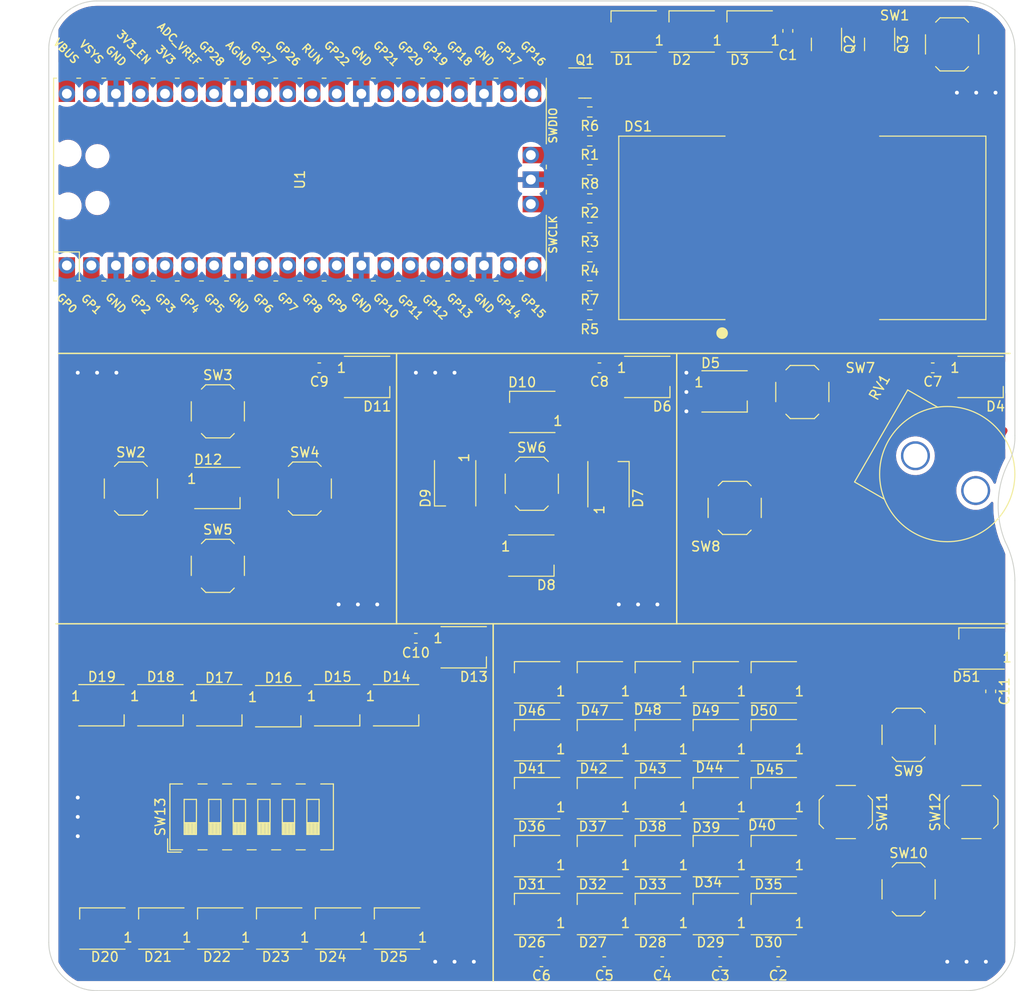
<source format=kicad_pcb>
(kicad_pcb (version 20211014) (generator pcbnew)
  (layers (0 "F.Cu" signal) (31 "B.Cu" signal) (34 "B.Paste" user) (35 "F.Paste" user) (36 "B.SilkS" user "B.Silkscreen") (37 "F.SilkS" user "F.Silkscreen") (38 "B.Mask" user) (39 "F.Mask" user) (44 "Edge.Cuts" user))
  (net 0 "")
  (net 1 "+5V")
  (net 2 "GND")
  (net 3 "Net-(D1-Pad2)")
  (net 4 "Net-(D6-Pad2)")
  (net 5 "Net-(D2-Pad2)")
  (net 6 "Net-(D7-Pad2)")
  (net 7 "Net-(D3-Pad2)")
  (net 8 "Net-(D8-Pad2)")
  (net 9 "Net-(D4-Pad2)")
  (net 10 "Net-(D47-Pad2)")
  (net 11 "Net-(D5-Pad2)")
  (net 12 "Net-(D10-Pad4)")
  (net 13 "Net-(D48-Pad2)")
  (net 14 "Net-(D49-Pad2)")
  (net 15 "Net-(D50-Pad2)")
  (net 16 "Net-(D10-Pad2)")
  (net 17 "Net-(D11-Pad2)")
  (net 18 "Net-(D12-Pad2)")
  (net 19 "Net-(D13-Pad2)")
  (net 20 "Net-(D14-Pad2)")
  (net 21 "Net-(D15-Pad2)")
  (net 22 "Net-(D16-Pad2)")
  (net 23 "Net-(D17-Pad2)")
  (net 24 "/LEDs/DIN")
  (net 25 "Net-(D18-Pad2)")
  (net 26 "Net-(D19-Pad2)")
  (net 27 "Net-(D20-Pad2)")
  (net 28 "Net-(D21-Pad2)")
  (net 29 "Net-(D22-Pad2)")
  (net 30 "Net-(D23-Pad2)")
  (net 31 "Net-(D24-Pad2)")
  (net 32 "Net-(D25-Pad2)")
  (net 33 "Net-(D26-Pad2)")
  (net 34 "Net-(D27-Pad2)")
  (net 35 "Net-(D28-Pad2)")
  (net 36 "Net-(D29-Pad2)")
  (net 37 "Net-(D30-Pad2)")
  (net 38 "Net-(D31-Pad2)")
  (net 39 "Net-(D32-Pad2)")
  (net 40 "Net-(D33-Pad2)")
  (net 41 "Net-(D34-Pad2)")
  (net 42 "Net-(D35-Pad2)")
  (net 43 "Net-(D36-Pad2)")
  (net 44 "Net-(D37-Pad2)")
  (net 45 "Net-(D38-Pad2)")
  (net 46 "Net-(D39-Pad2)")
  (net 47 "Net-(D40-Pad2)")
  (net 48 "Net-(D41-Pad2)")
  (net 49 "Net-(D42-Pad2)")
  (net 50 "Net-(D43-Pad2)")
  (net 51 "Net-(D44-Pad2)")
  (net 52 "Net-(D45-Pad2)")
  (net 53 "Net-(D46-Pad2)")
  (net 57 "Net-(DS1-Pad1)")
  (net 58 "Net-(DS1-Pad2)")
  (net 59 "Net-(DS1-Pad3)")
  (net 60 "Net-(DS1-Pad4)")
  (net 61 "Net-(DS1-Pad5)")
  (net 62 "Net-(DS1-Pad6)")
  (net 63 "Net-(DS1-Pad7)")
  (net 64 "Net-(DS1-Pad8)")
  (net 65 "Net-(DS1-Pad9)")
  (net 66 "Net-(DS1-Pad10)")
  (net 67 "Net-(DS1-Pad12)")
  (net 70 "Net-(Q1-Pad1)")
  (net 71 "Net-(Q2-Pad1)")
  (net 72 "Net-(Q3-Pad1)")
  (net 73 "Net-(R1-Pad2)")
  (net 74 "Net-(R2-Pad2)")
  (net 75 "Net-(R3-Pad2)")
  (net 76 "Net-(R4-Pad2)")
  (net 78 "Net-(R5-Pad2)")
  (net 79 "Net-(R6-Pad2)")
  (net 81 "+3V3")
  (net 86 "Net-(R7-Pad2)")
  (net 87 "Net-(R8-Pad2)")
  (net 88 "/Buttons/row1")
  (net 89 "Net-(SW1-Pad2)")
  (net 95 "/Buttons/row2")
  (net 96 "Net-(SW10-Pad2)")
  (net 102 "/Buttons/row3")
  (net 103 "Net-(SW12-Pad3)")
  (net 104 "Net-(SW11-Pad3)")
  (net 105 "Net-(SW10-Pad3)")
  (net 106 "Net-(SW13-Pad10)")
  (net 107 "Net-(SW13-Pad11)")
  (net 108 "Net-(SW13-Pad12)")
  (net 109 "/Buttons/col1")
  (net 110 "/Buttons/col2")
  (net 111 "/Buttons/col3")
  (net 112 "/Buttons/col4")
  (net 113 "/Buttons/col5")
  (net 114 "/Buttons/col6")
  (net 115 "Net-(SW1-Pad3)")
  (net 116 "Net-(SW2-Pad3)")
  (net 117 "Net-(SW3-Pad3)")
  (net 118 "Net-(SW10-Pad4)")
  (net 119 "Net-(SW11-Pad4)")
  (net 120 "Net-(SW12-Pad4)")
  (net 121 "Net-(RV1-Pad2)")
  (footprint "Capacitor_SMD:C_0603_1608Metric" (layer "F.Cu") (at 161 157 180)
    (fp_text reference "C6" (at 0 -1.43) (layer "F.SilkS"))
    (fp_text value "100nF")
    (pad "1" smd roundrect (at -0.775 0 180) (size 0.9 0.95) (layers "F.Cu" "F.Paste" "F.Mask") (net 1 "+5V"))
    (pad "2" smd roundrect (at 0.775 0 180) (size 0.9 0.95) (layers "F.Cu" "F.Paste" "F.Mask") (net 2 "GND"))
  )
  (footprint "LCSC_parts:LED_WS2812B-Mini_3.5x3.5mm" (layer "F.Cu") (at 160 115)
    (fp_text reference "D8" (at 1.5 3) (layer "F.SilkS"))
    (fp_text value "WS2812B" hide)
    (fp_text user "1" (at -2.7 -1) (layer "F.SilkS"))
    (pad "1" smd rect (at -1.2 -0.9) (size 1.2 1) (layers "F.Cu" "F.Paste" "F.Mask") (net 1 "+5V"))
    (pad "2" smd rect (at -1.2 0.9) (size 1.2 1) (layers "F.Cu" "F.Paste" "F.Mask") (net 8 "Net-(D8-Pad2)"))
    (pad "3" smd rect (at 1.2 0.9) (size 1.2 1) (layers "F.Cu" "F.Paste" "F.Mask") (net 2 "GND"))
    (pad "4" smd rect (at 1.2 -0.9) (size 1.2 1) (layers "F.Cu" "F.Paste" "F.Mask") (net 6 "Net-(D7-Pad2)"))
  )
  (footprint "LCSC_parts:LED_WS2812B-Mini_3.5x3.5mm" (layer "F.Cu") (at 185 140 180)
    (fp_text reference "D40" (at 1.175004 -2.88) (layer "F.SilkS"))
    (fp_text value "WS2812B" hide)
    (fp_text user "1" (at -2.7 -1) (layer "F.SilkS"))
    (pad "1" smd rect (at -1.2 -0.9 180) (size 1.2 1) (layers "F.Cu" "F.Paste" "F.Mask") (net 1 "+5V"))
    (pad "2" smd rect (at -1.2 0.9 180) (size 1.2 1) (layers "F.Cu" "F.Paste" "F.Mask") (net 47 "Net-(D40-Pad2)"))
    (pad "3" smd rect (at 1.2 0.9 180) (size 1.2 1) (layers "F.Cu" "F.Paste" "F.Mask") (net 2 "GND"))
    (pad "4" smd rect (at 1.2 -0.9 180) (size 1.2 1) (layers "F.Cu" "F.Paste" "F.Mask") (net 46 "Net-(D39-Pad2)"))
  )
  (footprint "LCSC_parts:SLS0563DRA1GD" (layer "F.Cu") (at 188 81)
    (fp_text reference "DS1" (at -17 -10.5) (layer "F.SilkS"))
    (fp_text value "SLS0563DRA1GD")
    (pad "1" smd rect locked (at -6.35 9.35) (size 1.8 3) (layers "F.Cu" "F.Paste" "F.Mask") (net 57 "Net-(DS1-Pad1)"))
    (pad "2" smd rect locked (at -3.81 9.35) (size 1.8 3) (layers "F.Cu" "F.Paste" "F.Mask") (net 58 "Net-(DS1-Pad2)"))
    (pad "3" smd rect locked (at -1.27 9.35) (size 1.8 3) (layers "F.Cu" "F.Paste" "F.Mask") (net 59 "Net-(DS1-Pad3)"))
    (pad "4" smd rect locked (at 1.27 9.35) (size 1.8 3) (layers "F.Cu" "F.Paste" "F.Mask") (net 60 "Net-(DS1-Pad4)"))
    (pad "5" smd rect locked (at 3.81 9.35) (size 1.8 3) (layers "F.Cu" "F.Paste" "F.Mask") (net 61 "Net-(DS1-Pad5)"))
    (pad "6" smd rect locked (at 6.35 9.35) (size 1.8 3) (layers "F.Cu" "F.Paste" "F.Mask") (net 62 "Net-(DS1-Pad6)"))
    (pad "7" smd rect locked (at 6.35 -9.35) (size 1.8 3) (layers "F.Cu" "F.Paste" "F.Mask") (net 63 "Net-(DS1-Pad7)"))
    (pad "8" smd rect locked (at 3.81 -9.35) (size 1.8 3) (layers "F.Cu" "F.Paste" "F.Mask") (net 64 "Net-(DS1-Pad8)"))
    (pad "9" smd rect locked (at 1.27 -9.35) (size 1.8 3) (layers "F.Cu" "F.Paste" "F.Mask") (net 65 "Net-(DS1-Pad9)"))
    (pad "10" smd rect locked (at -1.27 -9.35) (size 1.8 3) (layers "F.Cu" "F.Paste" "F.Mask") (net 66 "Net-(DS1-Pad10)"))
    (pad "11" smd rect locked (at -3.81 -9.35) (size 1.8 3) (layers "F.Cu" "F.Paste" "F.Mask"))
    (pad "12" smd rect locked (at -6.35 -9.35) (size 1.8 3) (layers "F.Cu" "F.Paste" "F.Mask") (net 67 "Net-(DS1-Pad12)"))
  )
  (footprint "Resistor_SMD:R_0603_1608Metric" (layer "F.Cu") (at 166 84 180)
    (fp_text reference "R4" (at 0 -1.43) (layer "F.SilkS"))
    (fp_text value "330R")
    (pad "1" smd roundrect (at -0.825 0 180) (size 0.8 0.95) (layers "F.Cu" "F.Paste" "F.Mask") (net 59 "Net-(DS1-Pad3)"))
    (pad "2" smd roundrect (at 0.825 0 180) (size 0.8 0.95) (layers "F.Cu" "F.Paste" "F.Mask") (net 76 "Net-(R4-Pad2)"))
  )
  (footprint "LCSC_parts:TS-1187A-B-A-B" (layer "F.Cu") (at 160 107.5)
    (fp_text reference "SW6" (at 0 -3.75) (layer "F.SilkS"))
    (fp_text value "SW_MEC_5E")
    (pad "1" smd rect (at -3.15 -1.9) (size 1.7 1) (layers "F.Cu" "F.Paste" "F.Mask"))
    (pad "2" smd rect (at 3.15 -1.9) (size 1.7 1) (layers "F.Cu" "F.Paste" "F.Mask") (net 89 "Net-(SW1-Pad2)"))
    (pad "3" smd rect (at -3.15 1.9) (size 1.7 1) (layers "F.Cu" "F.Paste" "F.Mask") (net 120 "Net-(SW12-Pad4)"))
    (pad "4" smd rect (at 3.15 1.9) (size 1.7 1) (layers "F.Cu" "F.Paste" "F.Mask") (net 114 "/Buttons/col6"))
  )
  (footprint "LCSC_parts:LED_WS2812B-Mini_3.5x3.5mm" (layer "F.Cu") (at 179 134 180)
    (fp_text reference "D44" (at 0.606872 -2.88) (layer "F.SilkS"))
    (fp_text value "WS2812B" hide)
    (fp_text user "1" (at -2.7 -1) (layer "F.SilkS"))
    (pad "1" smd rect (at -1.2 -0.9 180) (size 1.2 1) (layers "F.Cu" "F.Paste" "F.Mask") (net 1 "+5V"))
    (pad "2" smd rect (at -1.2 0.9 180) (size 1.2 1) (layers "F.Cu" "F.Paste" "F.Mask") (net 51 "Net-(D44-Pad2)"))
    (pad "3" smd rect (at 1.2 0.9 180) (size 1.2 1) (layers "F.Cu" "F.Paste" "F.Mask") (net 2 "GND"))
    (pad "4" smd rect (at 1.2 -0.9 180) (size 1.2 1) (layers "F.Cu" "F.Paste" "F.Mask") (net 50 "Net-(D43-Pad2)"))
  )
  (footprint "LCSC_parts:LED_WS2812B-Mini_3.5x3.5mm" (layer "F.Cu") (at 167 146 180)
    (fp_text reference "D32" (at 0.7 -3) (layer "F.SilkS"))
    (fp_text value "WS2812B" hide)
    (fp_text user "1" (at -2.7 -1) (layer "F.SilkS"))
    (pad "1" smd rect (at -1.2 -0.9 180) (size 1.2 1) (layers "F.Cu" "F.Paste" "F.Mask") (net 1 "+5V"))
    (pad "2" smd rect (at -1.2 0.9 180) (size 1.2 1) (layers "F.Cu" "F.Paste" "F.Mask") (net 39 "Net-(D32-Pad2)"))
    (pad "3" smd rect (at 1.2 0.9 180) (size 1.2 1) (layers "F.Cu" "F.Paste" "F.Mask") (net 2 "GND"))
    (pad "4" smd rect (at 1.2 -0.9 180) (size 1.2 1) (layers "F.Cu" "F.Paste" "F.Mask") (net 38 "Net-(D31-Pad2)"))
  )
  (footprint "LCSC_parts:LED_WS2812B-Mini_3.5x3.5mm" (layer "F.Cu") (at 167 140 180)
    (fp_text reference "D37" (at 0.7 -3) (layer "F.SilkS"))
    (fp_text value "WS2812B" hide)
    (fp_text user "1" (at -2.7 -1) (layer "F.SilkS"))
    (pad "1" smd rect (at -1.2 -0.9 180) (size 1.2 1) (layers "F.Cu" "F.Paste" "F.Mask") (net 1 "+5V"))
    (pad "2" smd rect (at -1.2 0.9 180) (size 1.2 1) (layers "F.Cu" "F.Paste" "F.Mask") (net 44 "Net-(D37-Pad2)"))
    (pad "3" smd rect (at 1.2 0.9 180) (size 1.2 1) (layers "F.Cu" "F.Paste" "F.Mask") (net 2 "GND"))
    (pad "4" smd rect (at 1.2 -0.9 180) (size 1.2 1) (layers "F.Cu" "F.Paste" "F.Mask") (net 43 "Net-(D36-Pad2)"))
  )
  (footprint "LCSC_parts:LED_WS2812B-Mini_3.5x3.5mm" (layer "F.Cu") (at 206.5 96.5)
    (fp_text reference "D4" (at 1.5 3) (layer "F.SilkS"))
    (fp_text value "WS2812B" hide)
    (fp_text user "1" (at -2.7 -1) (layer "F.SilkS"))
    (pad "1" smd rect (at -1.2 -0.9) (size 1.2 1) (layers "F.Cu" "F.Paste" "F.Mask") (net 1 "+5V"))
    (pad "2" smd rect (at -1.2 0.9) (size 1.2 1) (layers "F.Cu" "F.Paste" "F.Mask") (net 9 "Net-(D4-Pad2)"))
    (pad "3" smd rect (at 1.2 0.9) (size 1.2 1) (layers "F.Cu" "F.Paste" "F.Mask") (net 2 "GND"))
    (pad "4" smd rect (at 1.2 -0.9) (size 1.2 1) (layers "F.Cu" "F.Paste" "F.Mask") (net 7 "Net-(D3-Pad2)"))
  )
  (footprint "LCSC_parts:LED_WS2812B-Mini_3.5x3.5mm" (layer "F.Cu") (at 167 152 180)
    (fp_text reference "D27" (at 0.7 -3) (layer "F.SilkS"))
    (fp_text value "WS2812B" hide)
    (fp_text user "1" (at -2.7 -1) (layer "F.SilkS"))
    (pad "1" smd rect (at -1.2 -0.9 180) (size 1.2 1) (layers "F.Cu" "F.Paste" "F.Mask") (net 1 "+5V"))
    (pad "2" smd rect (at -1.2 0.9 180) (size 1.2 1) (layers "F.Cu" "F.Paste" "F.Mask") (net 34 "Net-(D27-Pad2)"))
    (pad "3" smd rect (at 1.2 0.9 180) (size 1.2 1) (layers "F.Cu" "F.Paste" "F.Mask") (net 2 "GND"))
    (pad "4" smd rect (at 1.2 -0.9 180) (size 1.2 1) (layers "F.Cu" "F.Paste" "F.Mask") (net 33 "Net-(D26-Pad2)"))
  )
  (footprint "LCSC_parts:LED_WS2812B-Mini_3.5x3.5mm" (layer "F.Cu") (at 115.5 153.5 180)
    (fp_text reference "D20" (at -0.300624 -3) (layer "F.SilkS"))
    (fp_text value "WS2812B" hide)
    (fp_text user "1" (at -2.7 -1) (layer "F.SilkS"))
    (pad "1" smd rect (at -1.2 -0.9 180) (size 1.2 1) (layers "F.Cu" "F.Paste" "F.Mask") (net 1 "+5V"))
    (pad "2" smd rect (at -1.2 0.9 180) (size 1.2 1) (layers "F.Cu" "F.Paste" "F.Mask") (net 27 "Net-(D20-Pad2)"))
    (pad "3" smd rect (at 1.2 0.9 180) (size 1.2 1) (layers "F.Cu" "F.Paste" "F.Mask") (net 2 "GND"))
    (pad "4" smd rect (at 1.2 -0.9 180) (size 1.2 1) (layers "F.Cu" "F.Paste" "F.Mask") (net 26 "Net-(D19-Pad2)"))
  )
  (footprint "LCSC_parts:LED_WS2812B-Mini_3.5x3.5mm" (layer "F.Cu") (at 167 128 180)
    (fp_text reference "D47" (at 0.5 -3) (layer "F.SilkS"))
    (fp_text value "WS2812B" hide)
    (fp_text user "1" (at -2.7 -1) (layer "F.SilkS"))
    (pad "1" smd rect (at -1.2 -0.9 180) (size 1.2 1) (layers "F.Cu" "F.Paste" "F.Mask") (net 1 "+5V"))
    (pad "2" smd rect (at -1.2 0.9 180) (size 1.2 1) (layers "F.Cu" "F.Paste" "F.Mask") (net 10 "Net-(D47-Pad2)"))
    (pad "3" smd rect (at 1.2 0.9 180) (size 1.2 1) (layers "F.Cu" "F.Paste" "F.Mask") (net 2 "GND"))
    (pad "4" smd rect (at 1.2 -0.9 180) (size 1.2 1) (layers "F.Cu" "F.Paste" "F.Mask") (net 53 "Net-(D46-Pad2)"))
  )
  (footprint "LCSC_parts:TS-1187A-B-A-B" (layer "F.Cu") (at 205.5 141.5 90)
    (fp_text reference "SW12" (at 0 -3.75 90) (layer "F.SilkS"))
    (fp_text value "SW_MEC_5E")
    (pad "1" smd rect (at -3.15 -1.9 90) (size 1.7 1) (layers "F.Cu" "F.Paste" "F.Mask"))
    (pad "2" smd rect (at 3.15 -1.9 90) (size 1.7 1) (layers "F.Cu" "F.Paste" "F.Mask") (net 96 "Net-(SW10-Pad2)"))
    (pad "3" smd rect (at -3.15 1.9 90) (size 1.7 1) (layers "F.Cu" "F.Paste" "F.Mask") (net 103 "Net-(SW12-Pad3)"))
    (pad "4" smd rect (at 3.15 1.9 90) (size 1.7 1) (layers "F.Cu" "F.Paste" "F.Mask") (net 120 "Net-(SW12-Pad4)"))
  )
  (footprint "LCSC_parts:LED_WS2812B-Mini_3.5x3.5mm" (layer "F.Cu") (at 115.5 130.5)
    (fp_text reference "D19" (at 0 -3) (layer "F.SilkS"))
    (fp_text value "WS2812B" hide)
    (fp_text user "1" (at -2.7 -1) (layer "F.SilkS"))
    (pad "1" smd rect (at -1.2 -0.9) (size 1.2 1) (layers "F.Cu" "F.Paste" "F.Mask") (net 1 "+5V"))
    (pad "2" smd rect (at -1.2 0.9) (size 1.2 1) (layers "F.Cu" "F.Paste" "F.Mask") (net 26 "Net-(D19-Pad2)"))
    (pad "3" smd rect (at 1.2 0.9) (size 1.2 1) (layers "F.Cu" "F.Paste" "F.Mask") (net 2 "GND"))
    (pad "4" smd rect (at 1.2 -0.9) (size 1.2 1) (layers "F.Cu" "F.Paste" "F.Mask") (net 25 "Net-(D18-Pad2)"))
  )
  (footprint "Package_TO_SOT_SMD:SOT-23" (layer "F.Cu") (at 165.5 66)
    (fp_text reference "Q1" (at 0 -2.4) (layer "F.SilkS"))
    (fp_text value "AO3401A")
    (pad "1" smd roundrect (at -0.9375 -0.95) (size 1.475 0.6) (layers "F.Cu" "F.Paste" "F.Mask") (net 70 "Net-(Q1-Pad1)"))
    (pad "2" smd roundrect (at -0.9375 0.95) (size 1.475 0.6) (layers "F.Cu" "F.Paste" "F.Mask") (net 81 "+3V3"))
    (pad "3" smd roundrect (at 0.9375 0) (size 1.475 0.6) (layers "F.Cu" "F.Paste" "F.Mask") (net 67 "Net-(DS1-Pad12)"))
  )
  (footprint "Capacitor_SMD:C_0603_1608Metric" (layer "F.Cu") (at 185.5 157 180)
    (fp_text reference "C2" (at 0 -1.43) (layer "F.SilkS"))
    (fp_text value "100nF")
    (pad "1" smd roundrect (at -0.775 0 180) (size 0.9 0.95) (layers "F.Cu" "F.Paste" "F.Mask") (net 1 "+5V"))
    (pad "2" smd roundrect (at 0.775 0 180) (size 0.9 0.95) (layers "F.Cu" "F.Paste" "F.Mask") (net 2 "GND"))
  )
  (footprint "LCSC_parts:LED_WS2812B-Mini_3.5x3.5mm" (layer "F.Cu") (at 146 130.5)
    (fp_text reference "D14" (at 0 -3) (layer "F.SilkS"))
    (fp_text value "WS2812B" hide)
    (fp_text user "1" (at -2.7 -1) (layer "F.SilkS"))
    (pad "1" smd rect (at -1.2 -0.9) (size 1.2 1) (layers "F.Cu" "F.Paste" "F.Mask") (net 1 "+5V"))
    (pad "2" smd rect (at -1.2 0.9) (size 1.2 1) (layers "F.Cu" "F.Paste" "F.Mask") (net 20 "Net-(D14-Pad2)"))
    (pad "3" smd rect (at 1.2 0.9) (size 1.2 1) (layers "F.Cu" "F.Paste" "F.Mask") (net 2 "GND"))
    (pad "4" smd rect (at 1.2 -0.9) (size 1.2 1) (layers "F.Cu" "F.Paste" "F.Mask") (net 19 "Net-(D13-Pad2)"))
  )
  (footprint "LCSC_parts:LED_WS2812B-Mini_3.5x3.5mm" (layer "F.Cu") (at 173 140 180)
    (fp_text reference "D38" (at 0.5 -3) (layer "F.SilkS"))
    (fp_text value "WS2812B" hide)
    (fp_text user "1" (at -2.7 -1) (layer "F.SilkS"))
    (pad "1" smd rect (at -1.2 -0.9 180) (size 1.2 1) (layers "F.Cu" "F.Paste" "F.Mask") (net 1 "+5V"))
    (pad "2" smd rect (at -1.2 0.9 180) (size 1.2 1) (layers "F.Cu" "F.Paste" "F.Mask") (net 45 "Net-(D38-Pad2)"))
    (pad "3" smd rect (at 1.2 0.9 180) (size 1.2 1) (layers "F.Cu" "F.Paste" "F.Mask") (net 2 "GND"))
    (pad "4" smd rect (at 1.2 -0.9 180) (size 1.2 1) (layers "F.Cu" "F.Paste" "F.Mask") (net 44 "Net-(D37-Pad2)"))
  )
  (footprint "LCSC_parts:LED_WS2812B-Mini_3.5x3.5mm" (layer "F.Cu") (at 185 128 180)
    (fp_text reference "D50" (at 1 -3) (layer "F.SilkS"))
    (fp_text value "WS2812B" hide)
    (fp_text user "1" (at -2.7 -1) (layer "F.SilkS"))
    (pad "1" smd rect (at -1.2 -0.9 180) (size 1.2 1) (layers "F.Cu" "F.Paste" "F.Mask") (net 1 "+5V"))
    (pad "2" smd rect (at -1.2 0.9 180) (size 1.2 1) (layers "F.Cu" "F.Paste" "F.Mask") (net 15 "Net-(D50-Pad2)"))
    (pad "3" smd rect (at 1.2 0.9 180) (size 1.2 1) (layers "F.Cu" "F.Paste" "F.Mask") (net 2 "GND"))
    (pad "4" smd rect (at 1.2 -0.9 180) (size 1.2 1) (layers "F.Cu" "F.Paste" "F.Mask") (net 14 "Net-(D49-Pad2)"))
  )
  (footprint "Resistor_SMD:R_0603_1608Metric" (layer "F.Cu") (at 166 90 180)
    (fp_text reference "R5" (at 0 -1.5) (layer "F.SilkS"))
    (fp_text value "330R")
    (pad "1" smd roundrect (at -0.825 0 180) (size 0.8 0.95) (layers "F.Cu" "F.Paste" "F.Mask") (net 57 "Net-(DS1-Pad1)"))
    (pad "2" smd roundrect (at 0.825 0 180) (size 0.8 0.95) (layers "F.Cu" "F.Paste" "F.Mask") (net 78 "Net-(R5-Pad2)"))
  )
  (footprint "Resistor_SMD:R_0603_1608Metric" (layer "F.Cu") (at 166 87 180)
    (fp_text reference "R7" (at 0 -1.43) (layer "F.SilkS"))
    (fp_text value "330R")
    (pad "1" smd roundrect (at -0.825 0 180) (size 0.8 0.95) (layers "F.Cu" "F.Paste" "F.Mask") (net 58 "Net-(DS1-Pad2)"))
    (pad "2" smd roundrect (at 0.825 0 180) (size 0.8 0.95) (layers "F.Cu" "F.Paste" "F.Mask") (net 86 "Net-(R7-Pad2)"))
  )
  (footprint "LCSC_parts:TS-1187A-B-A-B" (layer "F.Cu") (at 203.5 62 180)
    (fp_text reference "SW1" (at 5.94 3 180) (layer "F.SilkS"))
    (fp_text value "SW_MEC_5E")
    (pad "1" smd rect (at -3.15 -1.9 180) (size 1.7 1) (layers "F.Cu" "F.Paste" "F.Mask") (net 88 "/Buttons/row1"))
    (pad "2" smd rect (at 3.15 -1.9 180) (size 1.7 1) (layers "F.Cu" "F.Paste" "F.Mask") (net 89 "Net-(SW1-Pad2)"))
    (pad "3" smd rect (at -3.15 1.9 180) (size 1.7 1) (layers "F.Cu" "F.Paste" "F.Mask") (net 115 "Net-(SW1-Pad3)"))
    (pad "4" smd rect (at 3.15 1.9 180) (size 1.7 1) (layers "F.Cu" "F.Paste" "F.Mask") (net 109 "/Buttons/col1"))
  )
  (footprint "LCSC_parts:LED_WS2812B-Mini_3.5x3.5mm" (layer "F.Cu") (at 179 146 180)
    (fp_text reference "D34" (at 0.74 -2.78) (layer "F.SilkS"))
    (fp_text value "WS2812B" hide)
    (fp_text user "1" (at -2.7 -1) (layer "F.SilkS"))
    (pad "1" smd rect (at -1.2 -0.9 180) (size 1.2 1) (layers "F.Cu" "F.Paste" "F.Mask") (net 1 "+5V"))
    (pad "2" smd rect (at -1.2 0.9 180) (size 1.2 1) (layers "F.Cu" "F.Paste" "F.Mask") (net 41 "Net-(D34-Pad2)"))
    (pad "3" smd rect (at 1.2 0.9 180) (size 1.2 1) (layers "F.Cu" "F.Paste" "F.Mask") (net 2 "GND"))
    (pad "4" smd rect (at 1.2 -0.9 180) (size 1.2 1) (layers "F.Cu" "F.Paste" "F.Mask") (net 40 "Net-(D33-Pad2)"))
  )
  (footprint "LCSC_parts:TS-1187A-B-A-B" (layer "F.Cu") (at 127.5 100)
    (fp_text reference "SW3" (at 0 -3.75) (layer "F.SilkS"))
    (fp_text value "SW_MEC_5E")
    (pad "1" smd rect (at -3.15 -1.9) (size 1.7 1) (layers "F.Cu" "F.Paste" "F.Mask"))
    (pad "2" smd rect (at 3.15 -1.9) (size 1.7 1) (layers "F.Cu" "F.Paste" "F.Mask") (net 89 "Net-(SW1-Pad2)"))
    (pad "3" smd rect (at -3.15 1.9) (size 1.7 1) (layers "F.Cu" "F.Paste" "F.Mask") (net 117 "Net-(SW3-Pad3)"))
    (pad "4" smd rect (at 3.15 1.9) (size 1.7 1) (layers "F.Cu" "F.Paste" "F.Mask") (net 111 "/Buttons/col3"))
  )
  (footprint "Resistor_SMD:R_0603_1608Metric" (layer "F.Cu") (at 166 75 180)
    (fp_text reference "R8" (at 0 -1.43) (layer "F.SilkS"))
    (fp_text value "330R")
    (pad "1" smd roundrect (at -0.825 0 180) (size 0.8 0.95) (layers "F.Cu" "F.Paste" "F.Mask") (net 62 "Net-(DS1-Pad6)"))
    (pad "2" smd roundrect (at 0.825 0 180) (size 0.8 0.95) (layers "F.Cu" "F.Paste" "F.Mask") (net 87 "Net-(R8-Pad2)"))
  )
  (footprint "LCSC_parts:LED_WS2812B-Mini_3.5x3.5mm" (layer "F.Cu") (at 167 134 180)
    (fp_text reference "D42" (at 0.6 -3) (layer "F.SilkS"))
    (fp_text value "WS2812B" hide)
    (fp_text user "1" (at -2.7 -1) (layer "F.SilkS"))
    (pad "1" smd rect (at -1.2 -0.9 180) (size 1.2 1) (layers "F.Cu" "F.Paste" "F.Mask") (net 1 "+5V"))
    (pad "2" smd rect (at -1.2 0.9 180) (size 1.2 1) (layers "F.Cu" "F.Paste" "F.Mask") (net 49 "Net-(D42-Pad2)"))
    (pad "3" smd rect (at 1.2 0.9 180) (size 1.2 1) (layers "F.Cu" "F.Paste" "F.Mask") (net 2 "GND"))
    (pad "4" smd rect (at 1.2 -0.9 180) (size 1.2 1) (layers "F.Cu" "F.Paste" "F.Mask") (net 48 "Net-(D41-Pad2)"))
  )
  (footprint "LCSC_parts:LED_WS2812B-Mini_3.5x3.5mm" (layer "F.Cu") (at 160.5 146 180)
    (fp_text reference "D31" (at 0.5 -3) (layer "F.SilkS"))
    (fp_text value "WS2812B" hide)
    (fp_text user "1" (at -2.5 -1) (layer "F.SilkS"))
    (pad "1" smd rect (at -1.2 -0.9 180) (size 1.2 1) (layers "F.Cu" "F.Paste" "F.Mask") (net 1 "+5V"))
    (pad "2" smd rect (at -1.2 0.9 180) (size 1.2 1) (layers "F.Cu" "F.Paste" "F.Mask") (net 38 "Net-(D31-Pad2)"))
    (pad "3" smd rect (at 1.2 0.9 180) (size 1.2 1) (layers "F.Cu" "F.Paste" "F.Mask") (net 2 "GND"))
    (pad "4" smd rect (at 1.2 -0.9 180) (size 1.2 1) (layers "F.Cu" "F.Paste" "F.Mask") (net 37 "Net-(D30-Pad2)"))
  )
  (footprint "RPi_Pico:RPi_Pico_SMD_TH" (layer "F.Cu") (at 136 76 90)
    (fp_text reference "U1" (at 0 0 90) (layer "F.SilkS"))
    (fp_text value "Pico")
    (fp_text user "GND" (at 12.8 19.05 135) (layer "F.SilkS") (effects (font (size 0.8 0.8))))
    (fp_text user "GP16" (at 13.054 24.13 135) (layer "F.SilkS") (effects (font (size 0.8 0.8))))
    (fp_text user "GP14" (at -13.1 21.59 135) (layer "F.SilkS") (effects (font (size 0.8 0.8))))
    (fp_text user "GND" (at 12.8 -19.05 135) (layer "F.SilkS") (effects (font (size 0.8 0.8))))
    (fp_text user "GP18" (at 13.054 16.51 135) (layer "F.SilkS") (effects (font (size 0.8 0.8))))
    (fp_text user "SWDIO" (at 5.6 26.2 90) (layer "F.SilkS") (effects (font (size 0.8 0.8))))
    (fp_text user "GP6" (at -12.8 -3.81 135) (layer "F.SilkS") (effects (font (size 0.8 0.8))))
    (fp_text user "SWCLK" (at -5.7 26.2 90) (layer "F.SilkS") (effects (font (size 0.8 0.8))))
    (fp_text user "GP28" (at 13.054 -9.144 135) (layer "F.SilkS") (effects (font (size 0.8 0.8))))
    (fp_text user "GP1" (at -12.9 -21.6 135) (layer "F.SilkS") (effects (font (size 0.8 0.8))))
    (fp_text user "GP20" (at 13.054 11.43 135) (layer "F.SilkS") (effects (font (size 0.8 0.8))))
    (fp_text user "GP9" (at -12.8 3.81 135) (layer "F.SilkS") (effects (font (size 0.8 0.8))))
    (fp_text user "GP19" (at 13.054 13.97 135) (layer "F.SilkS") (effects (font (size 0.8 0.8))))
    (fp_text user "3V3_EN" (at 13.7 -17.2 135) (layer "F.SilkS") (effects (font (size 0.8 0.8))))
    (fp_text user "GP8" (at -12.8 1.27 135) (layer "F.SilkS") (effects (font (size 0.8 0.8))))
    (fp_text user "3V3" (at 12.9 -13.9 135) (layer "F.SilkS") (effects (font (size 0.8 0.8))))
    (fp_text user "GP22" (at 13.054 3.81 135) (layer "F.SilkS") (effects (font (size 0.8 0.8))))
    (fp_text user "GND" (at -12.8 19.05 135) (layer "F.SilkS") (effects (font (size 0.8 0.8))))
    (fp_text user "VBUS" (at 13.3 -24.2 135) (layer "F.SilkS") (effects (font (size 0.8 0.8))))
    (fp_text user "GND" (at 12.8 6.35 135) (layer "F.SilkS") (effects (font (size 0.8 0.8))))
    (fp_text user "GP0" (at -12.8 -24.13 135) (layer "F.SilkS") (effects (font (size 0.8 0.8))))
    (fp_text user "GP15" (at -13.054 24.13 135) (layer "F.SilkS") (effects (font (size 0.8 0.8))))
    (fp_text user "GP4" (at -12.8 -11.43 135) (layer "F.SilkS") (effects (font (size 0.8 0.8))))
    (fp_text user "GND" (at -12.8 -19.05 135) (layer "F.SilkS") (effects (font (size 0.8 0.8))))
    (fp_text user "GP5" (at -12.8 -8.89 135) (layer "F.SilkS") (effects (font (size 0.8 0.8))))
    (fp_text user "GP12" (at -13.2 13.97 135) (layer "F.SilkS") (effects (font (size 0.8 0.8))))
    (fp_text user "AGND" (at 13.054 -6.35 135) (layer "F.SilkS") (effects (font (size 0.8 0.8))))
    (fp_text user "GP17" (at 13.054 21.59 135) (layer "F.SilkS") (effects (font (size 0.8 0.8))))
    (fp_text user "GP10" (at -13.054 8.89 135) (layer "F.SilkS") (effects (font (size 0.8 0.8))))
    (fp_text user "GP2" (at -12.9 -16.51 135) (layer "F.SilkS") (effects (font (size 0.8 0.8))))
    (fp_text user "GP11" (at -13.2 11.43 135) (layer "F.SilkS") (effects (font (size 0.8 0.8))))
    (fp_text user "GND" (at -12.8 6.35 135) (layer "F.SilkS") (effects (font (size 0.8 0.8))))
    (fp_text user "RUN" (at 13 1.27 135) (layer "F.SilkS") (effects (font (size 0.8 0.8))))
    (fp_text user "VSYS" (at 13.2 -21.59 135) (layer "F.SilkS") (effects (font (size 0.8 0.8))))
    (fp_text user "GND" (at -12.8 -6.35 135) (layer "F.SilkS") (effects (font (size 0.8 0.8))))
    (fp_text user "GP3" (at -12.8 -13.97 135) (layer "F.SilkS") (effects (font (size 0.8 0.8))))
    (fp_text user "GP7" (at -12.7 -1.3 135) (layer "F.SilkS") (effects (font (size 0.8 0.8))))
    (fp_text user "GP13" (at -13.054 16.51 135) (layer "F.SilkS") (effects (font (size 0.8 0.8))))
    (fp_text user "GP21" (at 13.054 8.9 135) (layer "F.SilkS") (effects (font (size 0.8 0.8))))
    (fp_text user "GP27" (at 13.054 -3.8 135) (layer "F.SilkS") (effects (font (size 0.8 0.8))))
    (fp_text user "ADC_VREF" (at 14 -12.5 135) (layer "F.SilkS") (effects (font (size 0.8 0.8))))
    (fp_text user "GP26" (at 13.054 -1.27 135) (layer "F.SilkS") (effects (font (size 0.8 0.8))))
    (pad "" np_thru_hole oval locked (at -2.725 -24 90) (size 1.8 1.8) (drill 1.8) (layers *.Cu *.Mask))
    (pad "" np_thru_hole oval locked (at -2.425 -20.97 90) (size 1.5 1.5) (drill 1.5) (layers *.Cu *.Mask))
    (pad "" np_thru_hole oval locked (at 2.425 -20.97 90) (size 1.5 1.5) (drill 1.5) (layers *.Cu *.Mask))
    (pad "" np_thru_hole oval locked (at 2.725 -24 90) (size 1.8 1.8) (drill 1.8) (layers *.Cu *.Mask))
    (pad "1" thru_hole oval locked (at -8.89 -24.13 90) (size 1.7 1.7) (drill 1.02) (layers *.Cu *.Mask))
    (pad "1" smd rect locked (at -8.89 -24.13 90) (size 3.5 1.7) (drill (offset -0.9 0)) (layers "F.Cu" "F.Mask"))
    (pad "2" thru_hole oval locked (at -8.89 -21.59 90) (size 1.7 1.7) (drill 1.02) (layers *.Cu *.Mask))
    (pad "2" smd rect locked (at -8.89 -21.59 90) (size 3.5 1.7) (drill (offset -0.9 0)) (layers "F.Cu" "F.Mask"))
    (pad "3" smd rect locked (at -8.89 -19.05 90) (size 3.5 1.7) (drill (offset -0.9 0)) (layers "F.Cu" "F.Mask") (net 2 "GND"))
    (pad "3" thru_hole rect locked (at -8.89 -19.05 90) (size 1.7 1.7) (drill 1.02) (layers *.Cu *.Mask) (net 2 "GND"))
    (pad "4" thru_hole oval locked (at -8.89 -16.51 90) (size 1.7 1.7) (drill 1.02) (layers *.Cu *.Mask) (net 24 "/LEDs/DIN"))
    (pad "4" smd rect locked (at -8.89 -16.51 90) (size 3.5 1.7) (drill (offset -0.9 0)) (layers "F.Cu" "F.Mask") (net 24 "/LEDs/DIN"))
    (pad "5" smd rect locked (at -8.89 -13.97 90) (size 3.5 1.7) (drill (offset -0.9 0)) (layers "F.Cu" "F.Mask") (net 73 "Net-(R1-Pad2)"))
    (pad "5" thru_hole oval locked (at -8.89 -13.97 90) (size 1.7 1.7) (drill 1.02) (layers *.Cu *.Mask) (net 73 "Net-(R1-Pad2)"))
    (pad "6" thru_hole oval locked (at -8.89 -11.43 90) (size 1.7 1.7) (drill 1.02) (layers *.Cu *.Mask) (net 74 "Net-(R2-Pad2)"))
    (pad "6" smd rect locked (at -8.89 -11.43 90) (size 3.5 1.7) (drill (offset -0.9 0)) (layers "F.Cu" "F.Mask") (net 74 "Net-(R2-Pad2)"))
    (pad "7" thru_hole oval locked (at -8.89 -8.89 90) (size 1.7 1.7) (drill 1.02) (layers *.Cu *.Mask) (net 75 "Net-(R3-Pad2)"))
    (pad "7" smd rect locked (at -8.89 -8.89 90) (size 3.5 1.7) (drill (offset -0.9 0)) (layers "F.Cu" "F.Mask") (net 75 "Net-(R3-Pad2)"))
    (pad "8" thru_hole rect locked (at -8.89 -6.35 90) (size 1.7 1.7) (drill 1.02) (layers *.Cu *.Mask) (net 2 "GND"))
    (pad "8" smd rect locked (at -8.89 -6.35 90) (size 3.5 1.7) (drill (offset -0.9 0)) (layers "F.Cu" "F.Mask") (net 2 "GND"))
    (pad "9" thru_hole oval locked (at -8.89 -3.81 90) (size 1.7 1.7) (drill 1.02) (layers *.Cu *.Mask) (net 76 "Net-(R4-Pad2)"))
    (pad "9" smd rect locked (at -8.89 -3.81 90) (size 3.5 1.7) (drill (offset -0.9 0)) (layers "F.Cu" "F.Mask") (net 76 "Net-(R4-Pad2)"))
    (pad "10" smd rect locked (at -8.89 -1.27 90) (size 3.5 1.7) (drill (offset -0.9 0)) (layers "F.Cu" "F.Mask") (net 78 "Net-(R5-Pad2)"))
    (pad "10" thru_hole oval locked (at -8.89 -1.27 90) (size 1.7 1.7) (drill 1.02) (layers *.Cu *.Mask) (net 78 "Net-(R5-Pad2)"))
    (pad "11" smd rect locked (at -8.89 1.27 90) (size 3.5 1.7) (drill (offset -0.9 0)) (layers "F.Cu" "F.Mask") (net 79 "Net-(R6-Pad2)"))
    (pad "11" thru_hole oval locked (at -8.89 1.27 90) (size 1.7 1.7) (drill 1.02) (layers *.Cu *.Mask) (net 79 "Net-(R6-Pad2)"))
    (pad "12" thru_hole oval locked (at -8.89 3.81 90) (size 1.7 1.7) (drill 1.02) (layers *.Cu *.Mask) (net 86 "Net-(R7-Pad2)"))
    (pad "12" smd rect locked (at -8.89 3.81 90) (size 3.5 1.7) (drill (offset -0.9 0)) (layers "F.Cu" "F.Mask") (net 86 "Net-(R7-Pad2)"))
    (pad "13" thru_hole rect locked (at -8.89 6.35 90) (size 1.7 1.7) (drill 1.02) (layers *.Cu *.Mask) (net 2 "GND"))
    (pad "13" smd rect locked (at -8.89 6.35 90) (size 3.5 1.7) (drill (offset -0.9 0)) (layers "F.Cu" "F.Mask") (net 2 "GND"))
    (pad "14" thru_hole oval locked (at -8.89 8.89 90) (size 1.7 1.7) (drill 1.02) (layers *.Cu *.Mask) (net 87 "Net-(R8-Pad2)"))
    (pad "14" smd rect locked (at -8.89 8.89 90) (size 3.5 1.7) (drill (offset -0.9 0)) (layers "F.Cu" "F.Mask") (net 87 "Net-(R8-Pad2)"))
    (pad "15" smd rect locked (at -8.89 11.43 90) (size 3.5 1.7) (drill (offset -0.9 0)) (layers "F.Cu" "F.Mask") (net 72 "Net-(Q3-Pad1)"))
    (pad "15" thru_hole oval locked (at -8.89 11.43 90) (size 1.7 1.7) (drill 1.02) (layers *.Cu *.Mask) (net 72 "Net-(Q3-Pad1)"))
    (pad "16" thru_hole oval locked (at -8.89 13.97 90) (size 1.7 1.7) (drill 1.02) (layers *.Cu *.Mask) (net 71 "Net-(Q2-Pad1)"))
    (pad "16" smd rect locked (at -8.89 13.97 90) (size 3.5 1.7) (drill (offset -0.9 0)) (layers "F.Cu" "F.Mask") (net 71 "Net-(Q2-Pad1)"))
    (pad "17" thru_hole oval locked (at -8.89 16.51 90) (size 1.7 1.7) (drill 1.02) (layers *.Cu *.Mask) (net 70 "Net-(Q1-Pad1)"))
    (pad "17" smd rect locked (at -8.89 16.51 90) (size 3.5 1.7) (drill (offset -0.9 0)) (layers "F.Cu" "F.Mask") (net 70 "Net-(Q1-Pad1)"))
    (pad "18" smd rect locked (at -8.89 19.05 90) (size 3.5 1.7) (drill (offset -0.9 0)) (layers "F.Cu" "F.Mask") (net 2 "GND"))
    (pad "18" thru_hole rect locked (at -8.89 19.05 90) (size 1.7 1.7) (drill 1.02) (layers *.Cu *.Mask) (net 2 "GND"))
    (pad "19" smd rect locked (at -8.89 21.59 90) (size 3.5 1.7) (drill (offset -0.9 0)) (layers "F.Cu" "F.Mask"))
    (pad "19" thru_hole oval locked (at -8.89 21.59 90) (size 1.7 1.7) (drill 1.02) (layers *.Cu *.Mask))
    (pad "20" smd rect locked (at -8.89 24.13 90) (size 3.5 1.7) (drill (offset -0.9 0)) (layers "F.Cu" "F.Mask"))
    (pad "20" thru_hole oval locked (at -8.89 24.13 90) (size 1.7 1.7) (drill 1.02) (layers *.Cu *.Mask))
    (pad "21" smd rect locked (at 8.89 24.13 90) (size 3.5 1.7) (drill (offset 0.9 0)) (layers "F.Cu" "F.Mask") (net 109 "/Buttons/col1"))
    (pad "21" thru_hole oval locked (at 8.89 24.13 90) (size 1.7 1.7) (drill 1.02) (layers *.Cu *.Mask) (net 109 "/Buttons/col1"))
    (pad "22" thru_hole oval locked (at 8.89 21.59 90) (size 1.7 1.7) (drill 1.02) (layers *.Cu *.Mask) (net 110 "/Buttons/col2"))
    (pad "22" smd rect locked (at 8.89 21.59 90) (size 3.5 1.7) (drill (offset 0.9 0)) (layers "F.Cu" "F.Mask") (net 110 "/Buttons/col2"))
    (pad "23" thru_hole rect locked (at 8.89 19.05 90) (size 1.7 1.7) (drill 1.02) (layers *.Cu *.Mask) (net 2 "GND"))
    (pad "23" smd rect locked (at 8.89 19.05 90) (size 3.5 1.7) (drill (offset 0.9 0)) (layers "F.Cu" "F.Mask") (net 2 "GND"))
    (pad "24" thru_hole oval locked (at 8.89 16.51 90) (size 1.7 1.7) (drill 1.02) (layers *.Cu *.Mask) (net 111 "/Buttons/col3"))
    (pad "24" smd rect locked (at 8.89 16.51 90) (size 3.5 1.7) (drill (offset 0.9 0)) (layers "F.Cu" "F.Mask") (net 111 "/Buttons/col3"))
    (pad "25" thru_hole oval locked (at 8.89 13.97 90) (size 1.7 1.7) (drill 1.02) (layers *.Cu *.Mask) (net 112 "/Buttons/col4"))
    (pad "25" smd rect locked (at 8.89 13.97 90) (size 3.5 1.7) (drill (offset 0.9 0)) (layers "F.Cu" "F.Mask") (net 112 "/Buttons/col4"))
    (pad "26" thru_hole oval locked (at 8.89 11.43 90) (size 1.7 1.7) (drill 1.02) (layers *.Cu *.Mask) (net 113 "/Buttons/col5"))
    (pad "26" smd rect locked (at 8.89 11.43 90) (size 3.5 1.7) (drill (offset 0.9 0)) (layers "F.Cu" "F.Mask") (net 113 "/Buttons/col5"))
    (pad "27" smd rect locked (at 8.89 8.89 90) (size 3.5 1.7) (drill (offset 0.9 0)) (layers "F.Cu" "F.Mask") (net 114 "/Buttons/col6"))
    (pad "27" thru_hole oval locked (at 8.89 8.89 90) (size 1.7 1.7) (drill 1.02) (layers *.Cu *.Mask) (net 114 "/Buttons/col6"))
    (pad "28" smd rect locked (at 8.89 6.35 90) (size 3.5 1.7) (drill (offset 0.9 0)) (layers "F.Cu" "F.Mask") (net 2 "GND"))
    (pad "28" thru_hole rect locked (at 8.89 6.35 90) (size 1.7 1.7) (drill 1.02) (layers *.Cu *.Mask) (net 2 "GND"))
    (pad "29" smd rect locked (at 8.89 3.81 90) (size 3.5 1.7) (drill (offset 0.9 0)) (layers "F.Cu" "F.Mask") (net 102 "/Buttons/row3"))
    (pad "29" thru_hole oval locked (at 8.89 3.81 90) (size 1.7 1.7) (drill 1.02) (layers *.Cu *.Mask) (net 102 "/Buttons/row3"))
    (pad "30" thru_hole oval locked (at 8.89 1.27 90) (size 1.7 1.7) (drill 1.02) (layers *.Cu *.Mask))
    (pad "30" smd rect locked (at 8.89 1.27 90) (size 3.5 1.7) (drill (offset 0.9 0)) (layers "F.Cu" "F.Mask"))
    (pad "31" thru_hole oval locked (at 8.89 -1.27 90) (size 1.7 1.7) (drill 1.02) (layers *.Cu *.Mask) (net 95 "/Buttons/row2"))
    (pad "31" smd rect locked (at 8.89 -1.27 90) (size 3.5 1.7) (drill (offset 0.9 0)) (layers "F.Cu" "F.Mask") (net 95 "/Buttons/row2"))
    (pad "32" smd rect locked (at 8.89 -3.81 90) (size 3.5 1.7) (drill (offset 0.9 0)) (layers "F.Cu" "F.Mask") (net 88 "/Buttons/row1"))
    (pad "32" thru_hole oval locked (at 8.89 -3.81 90) (size 1.7 1.7) (drill 1.02) (layers *.Cu *.Mask) (net 88 "/Buttons/row1"))
    (pad "33" smd rect locked (at 8.89 -6.35 90) (size 3.5 1.7) (drill (offset 0.9 0)) (layers "F.Cu" "F.Mask") (net 2 "GND"))
    (pad "33" thru_hole rect locked (at 8.89 -6.35 90) (size 1.7 1.7) (drill 1.02) (layers *.Cu *.Mask) (net 2 "GND"))
    (pad "34" smd rect locked (at 8.89 -8.89 90) (size 3.5 1.7) (drill (offset 0.9 0)) (layers "F.Cu" "F.Mask") (net 121 "Net-(RV1-Pad2)"))
    (pad "34" thru_hole oval locked (at 8.89 -8.89 90) (size 1.7 1.7) (drill 1.02) (layers *.Cu *.Mask) (net 121 "Net-(RV1-Pad2)"))
    (pad "35" thru_hole oval locked (at 8.89 -11.43 90) (size 1.7 1.7) (drill 1.02) (layers *.Cu *.Mask))
    (pad "35" smd rect locked (at 8.89 -11.43 90) (size 3.5 1.7) (drill (offset 0.9 0)) (layers "F.Cu" "F.Mask"))
    (pad "36" thru_hole oval locked (at 8.89 -13.97 90) (size 1.7 1.7) (drill 1.02) (layers *.Cu *.Mask) (net 81 "+3V3"))
    (pad "36" smd rect locked (at 8.89 -13.97 90) (size 3.5 1.7) (drill (offset 0.9 0)) (layers "F.Cu" "F.Mask") (net 81 "+3V3"))
    (pad "37" thru_hole oval locked (at 8.89 -16.51 90) (size 1.7 1.7) (drill 1.02) (layers *.Cu *.Mask))
    (pad "37" smd rect locked (at 8.89 -16.51 90) (size 3.5 1.7) (drill (offset 0.9 0)) (layers "F.Cu" "F.Mask"))
    (pad "38" thru_hole rect locked (at 8.89 -19.05 90) (size 1.7 1.7) (drill 1.02) (layers *.Cu *.Mask) (net 2 "GND"))
    (pad "38" smd rect locked (at 8.89 -19.05 90) (size 3.5 1.7) (drill (offset 0.9 0)) (layers "F.Cu" "F.Mask") (net 2 "GND"))
    (pad "39" thru_hole oval locked (at 8.89 -21.59 90) (size 1.7 1.7) (drill 1.02) (layers *.Cu *.Mask))
    (pad "39" smd rect locked (at 8.89 -21.59 90) (size 3.5 1.7) (drill (offset 0.9 0)) (layers "F.Cu" "F.Mask"))
    (pad "40" smd rect locked (at 8.89 -24.13 90) (size 3.5 1.7) (drill (offset 0.9 0)) (layers "F.Cu" "F.Mask") (net 1 "+5V"))
    (pad "40" thru_hole oval locked (at 8.89 -24.13 90) (size 1.7 1.7) (drill 1.02) (layers *.Cu *.Mask) (net 1 "+5V"))
    (pad "41" smd rect locked (at -2.54 23.9 180) (size 3.5 1.7) (drill (offset -0.9 0)) (layers "F.Cu" "F.Mask"))
    (pad "41" thru_hole oval locked (at -2.54 23.9 90) (size 1.7 1.7) (drill 1.02) (layers *.Cu *.Mask))
    (pad "42" smd rect locked (at 0 23.9 180) (size 3.5 1.7) (drill (offset -0.9 0)) (layers "F.Cu" "F.Mask") (net 2 "GND"))
    (pad "42" thru_hole rect locked (at 0 23.9 90) (size 1.7 1.7) (drill 1.02) (layers *.Cu *.Mask) (net 2 "GND"))
    (pad "43" smd rect locked (at 2.54 23.9 180) (size 3.5 1.7) (drill (offset -0.9 0)) (layers "F.Cu" "F.Mask"))
    (pad "43" thru_hole oval locked (at 2.54 23.9 90) (size 1.7 1.7) (drill 1.02) (layers *.Cu *.Mask))
  )
  (footprint "Resistor_SMD:R_0603_1608Metric" (layer "F.Cu") (at 166 78 180)
    (fp_text reference "R2" (at 0 -1.43) (layer "F.SilkS"))
    (fp_text value "330R")
    (pad "1" smd roundrect (at -0.825 0 180) (size 0.8 0.95) (layers "F.Cu" "F.Paste" "F.Mask") (net 61 "Net-(DS1-Pad5)"))
    (pad "2" smd roundrect (at 0.825 0 180) (size 0.8 0.95) (layers "F.Cu" "F.Paste" "F.Mask") (net 74 "Net-(R2-Pad2)"))
  )
  (footprint "Capacitor_SMD:C_0603_1608Metric" (layer "F.Cu") (at 179.5 157 180)
    (fp_text reference "C3" (at 0 -1.43) (layer "F.SilkS"))
    (fp_text value "100nF")
    (pad "1" smd roundrect (at -0.775 0 180) (size 0.9 0.95) (layers "F.Cu" "F.Paste" "F.Mask") (net 1 "+5V"))
    (pad "2" smd roundrect (at 0.775 0 180) (size 0.9 0.95) (layers "F.Cu" "F.Paste" "F.Mask") (net 2 "GND"))
  )
  (footprint "Capacitor_SMD:C_0603_1608Metric" (layer "F.Cu") (at 186.5 60.6 90)
    (fp_text reference "C1" (at -2.5 0 180) (layer "F.SilkS"))
    (fp_text value "100nF")
    (pad "1" smd roundrect (at -0.775 0 90) (size 0.9 0.95) (layers "F.Cu" "F.Paste" "F.Mask") (net 1 "+5V"))
    (pad "2" smd roundrect (at 0.775 0 90) (size 0.9 0.95) (layers "F.Cu" "F.Paste" "F.Mask") (net 2 "GND"))
  )
  (footprint "LCSC_parts:TS-1187A-B-A-B" (layer "F.Cu") (at 118.5 108)
    (fp_text reference "SW2" (at 0 -3.75) (layer "F.SilkS"))
    (fp_text value "SW_MEC_5E")
    (pad "1" smd rect (at -3.15 -1.9) (size 1.7 1) (layers "F.Cu" "F.Paste" "F.Mask"))
    (pad "2" smd rect (at 3.15 -1.9) (size 1.7 1) (layers "F.Cu" "F.Paste" "F.Mask") (net 89 "Net-(SW1-Pad2)"))
    (pad "3" smd rect (at -3.15 1.9) (size 1.7 1) (layers "F.Cu" "F.Paste" "F.Mask") (net 116 "Net-(SW2-Pad3)"))
    (pad "4" smd rect (at 3.15 1.9) (size 1.7 1) (layers "F.Cu" "F.Paste" "F.Mask") (net 110 "/Buttons/col2"))
  )
  (footprint "LCSC_parts:LED_WS2812B-Mini_3.5x3.5mm" (layer "F.Cu") (at 160.5 152 180)
    (fp_text reference "D26" (at 0.5 -3) (layer "F.SilkS"))
    (fp_text value "WS2812B" hide)
    (fp_text user "1" (at -2.5 -1) (layer "F.SilkS"))
    (pad "1" smd rect (at -1.2 -0.9 180) (size 1.2 1) (layers "F.Cu" "F.Paste" "F.Mask") (net 1 "+5V"))
    (pad "2" smd rect (at -1.2 0.9 180) (size 1.2 1) (layers "F.Cu" "F.Paste" "F.Mask") (net 33 "Net-(D26-Pad2)"))
    (pad "3" smd rect (at 1.2 0.9 180) (size 1.2 1) (layers "F.Cu" "F.Paste" "F.Mask") (net 2 "GND"))
    (pad "4" smd rect (at 1.2 -0.9 180) (size 1.2 1) (layers "F.Cu" "F.Paste" "F.Mask") (net 32 "Net-(D25-Pad2)"))
  )
  (footprint "LCSC_parts:LED_WS2812B-Mini_3.5x3.5mm" (layer "F.Cu") (at 180 98)
    (fp_text reference "D5" (at -1.5 -3) (layer "F.SilkS"))
    (fp_text value "WS2812B" hide)
    (fp_text user "1" (at -2.7 -1) (layer "F.SilkS"))
    (pad "1" smd rect (at -1.2 -0.9) (size 1.2 1) (layers "F.Cu" "F.Paste" "F.Mask") (net 1 "+5V"))
    (pad "2" smd rect (at -1.2 0.9) (size 1.2 1) (layers "F.Cu" "F.Paste" "F.Mask") (net 11 "Net-(D5-Pad2)"))
    (pad "3" smd rect (at 1.2 0.9) (size 1.2 1) (layers "F.Cu" "F.Paste" "F.Mask") (net 2 "GND"))
    (pad "4" smd rect (at 1.2 -0.9) (size 1.2 1) (layers "F.Cu" "F.Paste" "F.Mask") (net 9 "Net-(D4-Pad2)"))
  )
  (footprint "LCSC_parts:LED_WS2812B-Mini_3.5x3.5mm" (layer "F.Cu") (at 152 107.5 -90)
    (fp_text reference "D9" (at 1.5 3 90) (layer "F.SilkS"))
    (fp_text value "WS2812B" hide)
    (fp_text user "1" (at -2.7 -1 90) (layer "F.SilkS"))
    (pad "1" smd rect (at -1.2 -0.9 270) (size 1.2 1) (layers "F.Cu" "F.Paste" "F.Mask") (net 1 "+5V"))
    (pad "2" smd rect (at -1.2 0.9 270) (size 1.2 1) (layers "F.Cu" "F.Paste" "F.Mask") (net 12 "Net-(D10-Pad4)"))
    (pad "3" smd rect (at 1.2 0.9 270) (size 1.2 1) (layers "F.Cu" "F.Paste" "F.Mask") (net 2 "GND"))
    (pad "4" smd rect (at 1.2 -0.9 270) (size 1.2 1) (layers "F.Cu" "F.Paste" "F.Mask") (net 8 "Net-(D8-Pad2)"))
  )
  (footprint "LCSC_parts:LED_WS2812B-Mini_3.5x3.5mm" (layer "F.Cu") (at 179 140 180)
    (fp_text reference "D39" (at 0.935004 -3.1) (layer "F.SilkS"))
    (fp_text value "WS2812B" hide)
    (fp_text user "1" (at -2.7 -1) (layer "F.SilkS"))
    (pad "1" smd rect (at -1.2 -0.9 180) (size 1.2 1) (layers "F.Cu" "F.Paste" "F.Mask") (net 1 "+5V"))
    (pad "2" smd rect (at -1.2 0.9 180) (size 1.2 1) (layers "F.Cu" "F.Paste" "F.Mask") (net 46 "Net-(D39-Pad2)"))
    (pad "3" smd rect (at 1.2 0.9 180) (size 1.2 1) (layers "F.Cu" "F.Paste" "F.Mask") (net 2 "GND"))
    (pad "4" smd rect (at 1.2 -0.9 180) (size 1.2 1) (layers "F.Cu" "F.Paste" "F.Mask") (net 45 "Net-(D38-Pad2)"))
  )
  (footprint "LCSC_parts:LED_WS2812B-Mini_3.5x3.5mm" (layer "F.Cu") (at 160.5 134 180)
    (fp_text reference "D41" (at 0.5 -3) (layer "F.SilkS"))
    (fp_text value "WS2812B" hide)
    (fp_text user "1" (at -2.5 -1) (layer "F.SilkS"))
    (pad "1" smd rect (at -1.2 -0.9 180) (size 1.2 1) (layers "F.Cu" "F.Paste" "F.Mask") (net 1 "+5V"))
    (pad "2" smd rect (at -1.2 0.9 180) (size 1.2 1) (layers "F.Cu" "F.Paste" "F.Mask") (net 48 "Net-(D41-Pad2)"))
    (pad "3" smd rect (at 1.2 0.9 180) (size 1.2 1) (layers "F.Cu" "F.Paste" "F.Mask") (net 2 "GND"))
    (pad "4" smd rect (at 1.2 -0.9 180) (size 1.2 1) (layers "F.Cu" "F.Paste" "F.Mask") (net 47 "Net-(D40-Pad2)"))
  )
  (footprint "LCSC_parts:LED_WS2812B-Mini_3.5x3.5mm" (layer "F.Cu") (at 179 152 180)
    (fp_text reference "D29" (at 0.5 -3) (layer "F.SilkS"))
    (fp_text value "WS2812B" hide)
    (fp_text user "1" (at -2.7 -1) (layer "F.SilkS"))
    (pad "1" smd rect (at -1.2 -0.9 180) (size 1.2 1) (layers "F.Cu" "F.Paste" "F.Mask") (net 1 "+5V"))
    (pad "2" smd rect (at -1.2 0.9 180) (size 1.2 1) (layers "F.Cu" "F.Paste" "F.Mask") (net 36 "Net-(D29-Pad2)"))
    (pad "3" smd rect (at 1.2 0.9 180) (size 1.2 1) (layers "F.Cu" "F.Paste" "F.Mask") (net 2 "GND"))
    (pad "4" smd rect (at 1.2 -0.9 180) (size 1.2 1) (layers "F.Cu" "F.Paste" "F.Mask") (net 35 "Net-(D28-Pad2)"))
  )
  (footprint "Capacitor_SMD:C_0603_1608Metric" (layer "F.Cu") (at 173.5 157 180)
    (fp_text reference "C4" (at 0 -1.43) (layer "F.SilkS"))
    (fp_text value "100nF")
    (pad "1" smd roundrect (at -0.775 0 180) (size 0.9 0.95) (layers "F.Cu" "F.Paste" "F.Mask") (net 1 "+5V"))
    (pad "2" smd roundrect (at 0.775 0 180) (size 0.9 0.95) (layers "F.Cu" "F.Paste" "F.Mask") (net 2 "GND"))
  )
  (footprint "LCSC_parts:LED_WS2812B-Mini_3.5x3.5mm" (layer "F.Cu") (at 121.6 153.5 180)
    (fp_text reference "D21" (at 0.3 -3) (layer "F.SilkS"))
    (fp_text value "WS2812B" hide)
    (fp_text user "1" (at -2.7 -1) (layer "F.SilkS"))
    (pad "1" smd rect (at -1.2 -0.9 180) (size 1.2 1) (layers "F.Cu" "F.Paste" "F.Mask") (net 1 "+5V"))
    (pad "2" smd rect (at -1.2 0.9 180) (size 1.2 1) (layers "F.Cu" "F.Paste" "F.Mask") (net 28 "Net-(D21-Pad2)"))
    (pad "3" smd rect (at 1.2 0.9 180) (size 1.2 1) (layers "F.Cu" "F.Paste" "F.Mask") (net 2 "GND"))
    (pad "4" smd rect (at 1.2 -0.9 180) (size 1.2 1) (layers "F.Cu" "F.Paste" "F.Mask") (net 27 "Net-(D20-Pad2)"))
  )
  (footprint "LCSC_parts:TS-1187A-B-A-B" (layer "F.Cu") (at 199 149.5)
    (fp_text reference "SW10" (at 0 -3.75) (layer "F.SilkS"))
    (fp_text value "SW_MEC_5E")
    (pad "1" smd rect (at -3.15 -1.9) (size 1.7 1) (layers "F.Cu" "F.Paste" "F.Mask"))
    (pad "2" smd rect (at 3.15 -1.9) (size 1.7 1) (layers "F.Cu" "F.Paste" "F.Mask") (net 96 "Net-(SW10-Pad2)"))
    (pad "3" smd rect (at -3.15 1.9) (size 1.7 1) (layers "F.Cu" "F.Paste" "F.Mask") (net 105 "Net-(SW10-Pad3)"))
    (pad "4" smd rect (at 3.15 1.9) (size 1.7 1) (layers "F.Cu" "F.Paste" "F.Mask") (net 118 "Net-(SW10-Pad4)"))
  )
  (footprint "Capacitor_SMD:C_0603_1608Metric" (layer "F.Cu") (at 207.5 129 -90)
    (fp_text reference "C11" (at 0 -1.43 90) (layer "F.SilkS"))
    (fp_text value "100nF")
    (pad "1" smd roundrect (at -0.775 0 270) (size 0.9 0.95) (layers "F.Cu" "F.Paste" "F.Mask") (net 1 "+5V"))
    (pad "2" smd roundrect (at 0.775 0 270) (size 0.9 0.95) (layers "F.Cu" "F.Paste" "F.Mask") (net 2 "GND"))
  )
  (footprint "LCSC_parts:LED_WS2812B-Mini_3.5x3.5mm" (layer "F.Cu") (at 170.5 60.6 180)
    (fp_text reference "D1" (at 1 -3) (layer "F.SilkS"))
    (fp_text value "WS2812B" hide)
    (fp_text user "1" (at -2.7 -1) (layer "F.SilkS"))
    (pad "1" smd rect (at -1.2 -0.9 180) (size 1.2 1) (layers "F.Cu" "F.Paste" "F.Mask") (net 1 "+5V"))
    (pad "2" smd rect (at -1.2 0.9 180) (size 1.2 1) (layers "F.Cu" "F.Paste" "F.Mask") (net 3 "Net-(D1-Pad2)"))
    (pad "3" smd rect (at 1.2 0.9 180) (size 1.2 1) (layers "F.Cu" "F.Paste" "F.Mask") (net 2 "GND"))
    (pad "4" smd rect (at 1.2 -0.9 180) (size 1.2 1) (layers "F.Cu" "F.Paste" "F.Mask") (net 24 "/LEDs/DIN"))
  )
  (footprint "LCSC_parts:LED_WS2812B-Mini_3.5x3.5mm" (layer "F.Cu") (at 185 146 180)
    (fp_text reference "D35" (at 0.5 -3) (layer "F.SilkS"))
    (fp_text value "WS2812B" hide)
    (fp_text user "1" (at -2.7 -1) (layer "F.SilkS"))
    (pad "1" smd rect (at -1.2 -0.9 180) (size 1.2 1) (layers "F.Cu" "F.Paste" "F.Mask") (net 1 "+5V"))
    (pad "2" smd rect (at -1.2 0.9 180) (size 1.2 1) (layers "F.Cu" "F.Paste" "F.Mask") (net 42 "Net-(D35-Pad2)"))
    (pad "3" smd rect (at 1.2 0.9 180) (size 1.2 1) (layers "F.Cu" "F.Paste" "F.Mask") (net 2 "GND"))
    (pad "4" smd rect (at 1.2 -0.9 180) (size 1.2 1) (layers "F.Cu" "F.Paste" "F.Mask") (net 41 "Net-(D34-Pad2)"))
  )
  (footprint "LCSC_parts:LED_WS2812B-Mini_3.5x3.5mm" (layer "F.Cu") (at 160.5 140 180)
    (fp_text reference "D36" (at 0.5 -3) (layer "F.SilkS"))
    (fp_text value "WS2812B" hide)
    (fp_text user "1" (at -2.5 -1) (layer "F.SilkS"))
    (pad "1" smd rect (at -1.2 -0.9 180) (size 1.2 1) (layers "F.Cu" "F.Paste" "F.Mask") (net 1 "+5V"))
    (pad "2" smd rect (at -1.2 0.9 180) (size 1.2 1) (layers "F.Cu" "F.Paste" "F.Mask") (net 43 "Net-(D36-Pad2)"))
    (pad "3" smd rect (at 1.2 0.9 180) (size 1.2 1) (layers "F.Cu" "F.Paste" "F.Mask") (net 2 "GND"))
    (pad "4" smd rect (at 1.2 -0.9 180) (size 1.2 1) (layers "F.Cu" "F.Paste" "F.Mask") (net 42 "Net-(D35-Pad2)"))
  )
  (footprint "Package_TO_SOT_SMD:SOT-23" (layer "F.Cu") (at 196 62 -90)
    (fp_text reference "Q3" (at 0 -2.4 90) (layer "F.SilkS"))
    (fp_text value "AO3401A")
    (pad "1" smd roundrect (at -0.9375 -0.95 270) (size 1.475 0.6) (layers "F.Cu" "F.Paste" "F.Mask") (net 72 "Net-(Q3-Pad1)"))
    (pad "2" smd roundrect (at -0.9375 0.95 270) (size 1.475 0.6) (layers "F.Cu" "F.Paste" "F.Mask") (net 81 "+3V3"))
    (pad "3" smd roundrect (at 0.9375 0 270) (size 1.475 0.6) (layers "F.Cu" "F.Paste" "F.Mask") (net 63 "Net-(DS1-Pad7)"))
  )
  (footprint "LCSC_parts:LED_WS2812B-Mini_3.5x3.5mm" (layer "F.Cu") (at 121.6 130.5)
    (fp_text reference "D18" (at 0 -3) (layer "F.SilkS"))
    (fp_text value "WS2812B" hide)
    (fp_text user "1" (at -2.7 -1) (layer "F.SilkS"))
    (pad "1" smd rect (at -1.2 -0.9) (size 1.2 1) (layers "F.Cu" "F.Paste" "F.Mask") (net 1 "+5V"))
    (pad "2" smd rect (at -1.2 0.9) (size 1.2 1) (layers "F.Cu" "F.Paste" "F.Mask") (net 25 "Net-(D18-Pad2)"))
    (pad "3" smd rect (at 1.2 0.9) (size 1.2 1) (layers "F.Cu" "F.Paste" "F.Mask") (net 2 "GND"))
    (pad "4" smd rect (at 1.2 -0.9) (size 1.2 1) (layers "F.Cu" "F.Paste" "F.Mask") (net 23 "Net-(D17-Pad2)"))
  )
  (footprint "LCSC_parts:LED_WS2812B-Mini_3.5x3.5mm" (layer "F.Cu") (at 153 124.5)
    (fp_text reference "D13" (at 1 3) (layer "F.SilkS"))
    (fp_text value "WS2812B" hide)
    (fp_text user "1" (at -2.7 -1) (layer "F.SilkS"))
    (pad "1" smd rect (at -1.2 -0.9) (size 1.2 1) (layers "F.Cu" "F.Paste" "F.Mask") (net 1 "+5V"))
    (pad "2" smd rect (at -1.2 0.9) (size 1.2 1) (layers "F.Cu" "F.Paste" "F.Mask") (net 19 "Net-(D13-Pad2)"))
    (pad "3" smd rect (at 1.2 0.9) (size 1.2 1) (layers "F.Cu" "F.Paste" "F.Mask") (net 2 "GND"))
    (pad "4" smd rect (at 1.2 -0.9) (size 1.2 1) (layers "F.Cu" "F.Paste" "F.Mask") (net 18 "Net-(D12-Pad2)"))
  )
  (footprint "Package_TO_SOT_SMD:SOT-23" (layer "F.Cu") (at 190.5 62 -90)
    (fp_text reference "Q2" (at 0 -2.4 90) (layer "F.SilkS"))
    (fp_text value "AO3401A")
    (pad "1" smd roundrect (at -0.9375 -0.95 270) (size 1.475 0.6) (layers "F.Cu" "F.Paste" "F.Mask") (net 71 "Net-(Q2-Pad1)"))
    (pad "2" smd roundrect (at -0.9375 0.95 270) (size 1.475 0.6) (layers "F.Cu" "F.Paste" "F.Mask") (net 81 "+3V3"))
    (pad "3" smd roundrect (at 0.9375 0 270) (size 1.475 0.6) (layers "F.Cu" "F.Paste" "F.Mask") (net 64 "Net-(DS1-Pad8)"))
  )
  (footprint "Capacitor_SMD:C_0603_1608Metric" (layer "F.Cu") (at 167.5 157 180)
    (fp_text reference "C5" (at 0 -1.43) (layer "F.SilkS"))
    (fp_text value "100nF")
    (pad "1" smd roundrect (at -0.775 0 180) (size 0.9 0.95) (layers "F.Cu" "F.Paste" "F.Mask") (net 1 "+5V"))
    (pad "2" smd roundrect (at 0.775 0 180) (size 0.9 0.95) (layers "F.Cu" "F.Paste" "F.Mask") (net 2 "GND"))
  )
  (footprint "LCSC_parts:LED_WS2812B-Mini_3.5x3.5mm" (layer "F.Cu") (at 173 128 180)
    (fp_text reference "D48" (at 1 -2.9) (layer "F.SilkS"))
    (fp_text value "WS2812B" hide)
    (fp_text user "1" (at -2.7 -1) (layer "F.SilkS"))
    (pad "1" smd rect (at -1.2 -0.9 180) (size 1.2 1) (layers "F.Cu" "F.Paste" "F.Mask") (net 1 "+5V"))
    (pad "2" smd rect (at -1.2 0.9 180) (size 1.2 1) (layers "F.Cu" "F.Paste" "F.Mask") (net 13 "Net-(D48-Pad2)"))
    (pad "3" smd rect (at 1.2 0.9 180) (size 1.2 1) (layers "F.Cu" "F.Paste" "F.Mask") (net 2 "GND"))
    (pad "4" smd rect (at 1.2 -0.9 180) (size 1.2 1) (layers "F.Cu" "F.Paste" "F.Mask") (net 10 "Net-(D47-Pad2)"))
  )
  (footprint "LCSC_parts:TS-1187A-B-A-B" (layer "F.Cu") (at 188 98 180)
    (fp_text reference "SW7" (at -6 2.5) (layer "F.SilkS"))
    (fp_text value "SW_MEC_5E")
    (pad "1" smd rect (at -3.15 -1.9 180) (size 1.7 1) (layers "F.Cu" "F.Paste" "F.Mask") (net 95 "/Buttons/row2"))
    (pad "2" smd rect (at 3.15 -1.9 180) (size 1.7 1) (layers "F.Cu" "F.Paste" "F.Mask") (net 96 "Net-(SW10-Pad2)"))
    (pad "3" smd rect (at -3.15 1.9 180) (size 1.7 1) (layers "F.Cu" "F.Paste" "F.Mask") (net 108 "Net-(SW13-Pad12)"))
    (pad "4" smd rect (at 3.15 1.9 180) (size 1.7 1) (layers "F.Cu" "F.Paste" "F.Mask") (net 115 "Net-(SW1-Pad3)"))
  )
  (footprint "LCSC_parts:LED_WS2812B-Mini_3.5x3.5mm" (layer "F.Cu") (at 185 152 180)
    (fp_text reference "D30" (at 0.5 -3) (layer "F.SilkS"))
    (fp_text value "WS2812B" hide)
    (fp_text user "1" (at -2.7 -1) (layer "F.SilkS"))
    (pad "1" smd rect (at -1.2 -0.9 180) (size 1.2 1) (layers "F.Cu" "F.Paste" "F.Mask") (net 1 "+5V"))
    (pad "2" smd rect (at -1.2 0.9 180) (size 1.2 1) (layers "F.Cu" "F.Paste" "F.Mask") (net 37 "Net-(D30-Pad2)"))
    (pad "3" smd rect (at 1.2 0.9 180) (size 1.2 1) (layers "F.Cu" "F.Paste" "F.Mask") (net 2 "GND"))
    (pad "4" smd rect (at 1.2 -0.9 180) (size 1.2 1) (layers "F.Cu" "F.Paste" "F.Mask") (net 36 "Net-(D29-Pad2)"))
  )
  (footprint "LCSC_parts:LED_WS2812B-Mini_3.5x3.5mm" (layer "F.Cu") (at 160 100 180)
    (fp_text reference "D10" (at 1 3) (layer "F.SilkS"))
    (fp_text value "WS2812B" hide)
    (fp_text user "1" (at -2.7 -1) (layer "F.SilkS"))
    (pad "1" smd rect (at -1.2 -0.9 180) (size 1.2 1) (layers "F.Cu" "F.Paste" "F.Mask") (net 1 "+5V"))
    (pad "2" smd rect (at -1.2 0.9 180) (size 1.2 1) (layers "F.Cu" "F.Paste" "F.Mask") (net 16 "Net-(D10-Pad2)"))
    (pad "3" smd rect (at 1.2 0.9 180) (size 1.2 1) (layers "F.Cu" "F.Paste" "F.Mask") (net 2 "GND"))
    (pad "4" smd rect (at 1.2 -0.9 180) (size 1.2 1) (layers "F.Cu" "F.Paste" "F.Mask") (net 12 "Net-(D10-Pad4)"))
  )
  (footprint "LCSC_parts:LED_WS2812B-Mini_3.5x3.5mm" (layer "F.Cu") (at 176.5 60.6 180)
    (fp_text reference "D2" (at 1 -3) (layer "F.SilkS"))
    (fp_text value "WS2812B" hide)
    (fp_text user "1" (at -2.7 -1) (layer "F.SilkS"))
    (pad "1" smd rect (at -1.2 -0.9 180) (size 1.2 1) (layers "F.Cu" "F.Paste" "F.Mask") (net 1 "+5V"))
    (pad "2" smd rect (at -1.2 0.9 180) (size 1.2 1) (layers "F.Cu" "F.Paste" "F.Mask") (net 5 "Net-(D2-Pad2)"))
    (pad "3" smd rect (at 1.2 0.9 180) (size 1.2 1) (layers "F.Cu" "F.Paste" "F.Mask") (net 2 "GND"))
    (pad "4" smd rect (at 1.2 -0.9 180) (size 1.2 1) (layers "F.Cu" "F.Paste" "F.Mask") (net 3 "Net-(D1-Pad2)"))
  )
  (footprint "LCSC_parts:TS-1187A-B-A-B" (layer "F.Cu") (at 127.5 116)
    (fp_text reference "SW5" (at 0 -3.75) (layer "F.SilkS"))
    (fp_text value "SW_MEC_5E")
    (pad "1" smd rect (at -3.15 -1.9) (size 1.7 1) (layers "F.Cu" "F.Paste" "F.Mask"))
    (pad "2" smd rect (at 3.15 -1.9) (size 1.7 1) (layers "F.Cu" "F.Paste" "F.Mask") (net 89 "Net-(SW1-Pad2)"))
    (pad "3" smd rect (at -3.15 1.9) (size 1.7 1) (layers "F.Cu" "F.Paste" "F.Mask") (net 119 "Net-(SW11-Pad4)"))
    (pad "4" smd rect (at 3.15 1.9) (size 1.7 1) (layers "F.Cu" "F.Paste" "F.Mask") (net 113 "/Buttons/col5"))
  )
  (footprint "Resistor_SMD:R_0603_1608Metric" (layer "F.Cu") (at 166 81 180)
    (fp_text reference "R3" (at 0 -1.43) (layer "F.SilkS"))
    (fp_text value "330R")
    (pad "1" smd roundrect (at -0.825 0 180) (size 0.8 0.95) (layers "F.Cu" "F.Paste" "F.Mask") (net 60 "Net-(DS1-Pad4)"))
    (pad "2" smd roundrect (at 0.825 0 180) (size 0.8 0.95) (layers "F.Cu" "F.Paste" "F.Mask") (net 75 "Net-(R3-Pad2)"))
  )
  (footprint "LCSC_parts:LED_WS2812B-Mini_3.5x3.5mm" (layer "F.Cu") (at 182.5 60.6 180)
    (fp_text reference "D3" (at 1 -3) (layer "F.SilkS"))
    (fp_text value "WS2812B" hide)
    (fp_text user "1" (at -2.7 -1) (layer "F.SilkS"))
    (pad "1" smd rect (at -1.2 -0.9 180) (size 1.2 1) (layers "F.Cu" "F.Paste" "F.Mask") (net 1 "+5V"))
    (pad "2" smd rect (at -1.2 0.9 180) (size 1.2 1) (layers "F.Cu" "F.Paste" "F.Mask") (net 7 "Net-(D3-Pad2)"))
    (pad "3" smd rect (at 1.2 0.9 180) (size 1.2 1) (layers "F.Cu" "F.Paste" "F.Mask") (net 2 "GND"))
    (pad "4" smd rect (at 1.2 -0.9 180) (size 1.2 1) (layers "F.Cu" "F.Paste" "F.Mask") (net 5 "Net-(D2-Pad2)"))
  )
  (footprint "LCSC_parts:LED_WS2812B-Mini_3.5x3.5mm" (layer "F.Cu") (at 139.9 130.5)
    (fp_text reference "D15" (at 0 -3) (layer "F.SilkS"))
    (fp_text value "WS2812B" hide)
    (fp_text user "1" (at -2.7 -1) (layer "F.SilkS"))
    (pad "1" smd rect (at -1.2 -0.9) (size 1.2 1) (layers "F.Cu" "F.Paste" "F.Mask") (net 1 "+5V"))
    (pad "2" smd rect (at -1.2 0.9) (size 1.2 1) (layers "F.Cu" "F.Paste" "F.Mask") (net 21 "Net-(D15-Pad2)"))
    (pad "3" smd rect (at 1.2 0.9) (size 1.2 1) (layers "F.Cu" "F.Paste" "F.Mask") (net 2 "GND"))
    (pad "4" smd rect (at 1.2 -0.9) (size 1.2 1) (layers "F.Cu" "F.Paste" "F.Mask") (net 20 "Net-(D14-Pad2)"))
  )
  (footprint "LCSC_parts:LED_WS2812B-Mini_3.5x3.5mm" (layer "F.Cu") (at 127.7 153.5 180)
    (fp_text reference "D22" (at 0.3 -3) (layer "F.SilkS"))
    (fp_text value "WS2812B" hide)
    (fp_text user "1" (at -2.7 -1) (layer "F.SilkS"))
    (pad "1" smd rect (at -1.2 -0.9 180) (size 1.2 1) (layers "F.Cu" "F.Paste" "F.Mask") (net 1 "+5V"))
    (pad "2" smd rect (at -1.2 0.9 180) (size 1.2 1) (layers "F.Cu" "F.Paste" "F.Mask") (net 29 "Net-(D22-Pad2)"))
    (pad "3" smd rect (at 1.2 0.9 180) (size 1.2 1) (layers "F.Cu" "F.Paste" "F.Mask") (net 2 "GND"))
    (pad "4" smd rect (at 1.2 -0.9 180) (size 1.2 1) (layers "F.Cu" "F.Paste" "F.Mask") (net 28 "Net-(D21-Pad2)"))
  )
  (footprint "Resistor_SMD:R_0603_1608Metric" (layer "F.Cu") (at 166 72 180)
    (fp_text reference "R1" (at 0 -1.43) (layer "F.SilkS"))
    (fp_text value "330R")
    (pad "1" smd roundrect (at -0.825 0 180) (size 0.8 0.95) (layers "F.Cu" "F.Paste" "F.Mask") (net 65 "Net-(DS1-Pad9)"))
    (pad "2" smd roundrect (at 0.825 0 180) (size 0.8 0.95) (layers "F.Cu" "F.Paste" "F.Mask") (net 73 "Net-(R1-Pad2)"))
  )
  (footprint "Capacitor_SMD:C_0603_1608Metric" (layer "F.Cu") (at 167 95.5 180)
    (fp_text reference "C8" (at 0 -1.43) (layer "F.SilkS"))
    (fp_text value "100nF")
    (pad "1" smd roundrect (at -0.775 0 180) (size 0.9 0.95) (layers "F.Cu" "F.Paste" "F.Mask") (net 1 "+5V"))
    (pad "2" smd roundrect (at 0.775 0 180) (size 0.9 0.95) (layers "F.Cu" "F.Paste" "F.Mask") (net 2 "GND"))
  )
  (footprint "LCSC_parts:TS-1187A-B-A-B" (layer "F.Cu") (at 136.5 108)
    (fp_text reference "SW4" (at 0 -3.75) (layer "F.SilkS"))
    (fp_text value "SW_MEC_5E")
    (pad "1" smd rect (at -3.15 -1.9) (size 1.7 1) (layers "F.Cu" "F.Paste" "F.Mask"))
    (pad "2" smd rect (at 3.15 -1.9) (size 1.7 1) (layers "F.Cu" "F.Paste" "F.Mask") (net 89 "Net-(SW1-Pad2)"))
    (pad "3" smd rect (at -3.15 1.9) (size 1.7 1) (layers "F.Cu" "F.Paste" "F.Mask") (net 118 "Net-(SW10-Pad4)"))
    (pad "4" smd rect (at 3.15 1.9) (size 1.7 1) (layers "F.Cu" "F.Paste" "F.Mask") (net 112 "/Buttons/col4"))
  )
  (footprint "LCSC_parts:LED_WS2812B-Mini_3.5x3.5mm" (layer "F.Cu") (at 173 152 180)
    (fp_text reference "D28" (at 0.5 -3) (layer "F.SilkS"))
    (fp_text value "WS2812B" hide)
    (fp_text user "1" (at -2.7 -1) (layer "F.SilkS"))
    (pad "1" smd rect (at -1.2 -0.9 180) (size 1.2 1) (layers "F.Cu" "F.Paste" "F.Mask") (net 1 "+5V"))
    (pad "2" smd rect (at -1.2 0.9 180) (size 1.2 1) (layers "F.Cu" "F.Paste" "F.Mask") (net 35 "Net-(D28-Pad2)"))
    (pad "3" smd rect (at 1.2 0.9 180) (size 1.2 1) (layers "F.Cu" "F.Paste" "F.Mask") (net 2 "GND"))
    (pad "4" smd rect (at 1.2 -0.9 180) (size 1.2 1) (layers "F.Cu" "F.Paste" "F.Mask") (net 34 "Net-(D27-Pad2)"))
  )
  (footprint "Resistor_SMD:R_0603_1608Metric" (layer "F.Cu") (at 166 69 180)
    (fp_text reference "R6" (at 0 -1.43) (layer "F.SilkS"))
    (fp_text value "330R")
    (pad "1" smd roundrect (at -0.825 0 180) (size 0.8 0.95) (layers "F.Cu" "F.Paste" "F.Mask") (net 66 "Net-(DS1-Pad10)"))
    (pad "2" smd roundrect (at 0.825 0 180) (size 0.8 0.95) (layers "F.Cu" "F.Paste" "F.Mask") (net 79 "Net-(R6-Pad2)"))
  )
  (footprint "LCSC_parts:RK10J11R001Y" (layer "F.Cu") (at 203 106.5 -120)
    (fp_text reference "RV1" (at -4.294229 10.562178 60 unlocked) (layer "F.SilkS"))
    (fp_text value "R_Potentiometer")
    (pad "" smd roundrect (at 6.1 -2.5 60) (size 2.2 1.4) (layers "F.Cu" "F.Paste" "F.Mask"))
    (pad "" thru_hole circle (at 0 3.8 60) (size 3 3) (drill 2.5) (layers *.Cu *.Mask))
    (pad "" thru_hole circle (at 0 -3.4 60) (size 3 3) (drill 2.5) (layers *.Cu *.Mask))
    (pad "" smd roundrect (at -6.1 -2.5 60) (size 2.2 1.4) (layers "F.Cu" "F.Paste" "F.Mask"))
    (pad "" smd roundrect (at 2 9 240) (size 1.2 1.4) (layers "F.Cu" "F.Paste" "F.Mask"))
    (pad "" smd roundrect (at 0 9 240) (size 1.2 1.4) (layers "F.Cu" "F.Paste" "F.Mask"))
    (pad "1" smd roundrect (at -4 9 240) (size 1.2 1.4) (layers "F.Cu" "F.Paste" "F.Mask") (net 2 "GND"))
    (pad "2" smd roundrect (at -2 9 240) (size 1.2 1.4) (layers "F.Cu" "F.Paste" "F.Mask") (net 121 "Net-(RV1-Pad2)"))
    (pad "3" smd roundrect (at 4 9 240) (size 1.2 1.4) (layers "F.Cu" "F.Paste" "F.Mask") (net 81 "+3V3"))
  )
  (footprint "LCSC_parts:LED_WS2812B-Mini_3.5x3.5mm" (layer "F.Cu") (at 168 107.5 90)
    (fp_text reference "D7" (at -1.5 3 90) (layer "F.SilkS"))
    (fp_text value "WS2812B" hide)
    (fp_text user "1" (at -2.7 -1 90) (layer "F.SilkS"))
    (pad "1" smd rect (at -1.2 -0.9 90) (size 1.2 1) (layers "F.Cu" "F.Paste" "F.Mask") (net 1 "+5V"))
    (pad "2" smd rect (at -1.2 0.9 90) (size 1.2 1) (layers "F.Cu" "F.Paste" "F.Mask") (net 6 "Net-(D7-Pad2)"))
    (pad "3" smd rect (at 1.2 0.9 90) (size 1.2 1) (layers "F.Cu" "F.Paste" "F.Mask") (net 2 "GND"))
    (pad "4" smd rect (at 1.2 -0.9 90) (size 1.2 1) (layers "F.Cu" "F.Paste" "F.Mask") (net 4 "Net-(D6-Pad2)"))
  )
  (footprint "LCSC_parts:LED_WS2812B-Mini_3.5x3.5mm" (layer "F.Cu") (at 173 134 180)
    (fp_text reference "D43" (at 0.5 -3) (layer "F.SilkS"))
    (fp_text value "WS2812B" hide)
    (fp_text user "1" (at -2.7 -1) (layer "F.SilkS"))
    (pad "1" smd rect (at -1.2 -0.9 180) (size 1.2 1) (layers "F.Cu" "F.Paste" "F.Mask") (net 1 "+5V"))
    (pad "2" smd rect (at -1.2 0.9 180) (size 1.2 1) (layers "F.Cu" "F.Paste" "F.Mask") (net 50 "Net-(D43-Pad2)"))
    (pad "3" smd rect (at 1.2 0.9 180) (size 1.2 1) (layers "F.Cu" "F.Paste" "F.Mask") (net 2 "GND"))
    (pad "4" smd rect (at 1.2 -0.9 180) (size 1.2 1) (layers "F.Cu" "F.Paste" "F.Mask") (net 49 "Net-(D42-Pad2)"))
  )
  (footprint "LCSC_parts:LED_WS2812B-Mini_3.5x3.5mm" (layer "F.Cu") (at 146 153.5 180)
    (fp_text reference "D25" (at 0.3 -3) (layer "F.SilkS"))
    (fp_text value "WS2812B" hide)
    (fp_text user "1" (at -2.7 -1) (layer "F.SilkS"))
    (pad "1" smd rect (at -1.2 -0.9 180) (size 1.2 1) (layers "F.Cu" "F.Paste" "F.Mask") (net 1 "+5V"))
    (pad "2" smd rect (at -1.2 0.9 180) (size 1.2 1) (layers "F.Cu" "F.Paste" "F.Mask") (net 32 "Net-(D25-Pad2)"))
    (pad "3" smd rect (at 1.2 0.9 180) (size 1.2 1) (layers "F.Cu" "F.Paste" "F.Mask") (net 2 "GND"))
    (pad "4" smd rect (at 1.2 -0.9 180) (size 1.2 1) (layers "F.Cu" "F.Paste" "F.Mask") (net 31 "Net-(D24-Pad2)"))
  )
  (footprint "LCSC_parts:LED_WS2812B-Mini_3.5x3.5mm" (layer "F.Cu") (at 173 146 180)
    (fp_text reference "D33" (at 0.5 -3) (layer "F.SilkS"))
    (fp_text value "WS2812B" hide)
    (fp_text user "1" (at -2.7 -1) (layer "F.SilkS"))
    (pad "1" smd rect (at -1.2 -0.9 180) (size 1.2 1) (layers "F.Cu" "F.Paste" "F.Mask") (net 1 "+5V"))
    (pad "2" smd rect (at -1.2 0.9 180) (size 1.2 1) (layers "F.Cu" "F.Paste" "F.Mask") (net 40 "Net-(D33-Pad2)"))
    (pad "3" smd rect (at 1.2 0.9 180) (size 1.2 1) (layers "F.Cu" "F.Paste" "F.Mask") (net 2 "GND"))
    (pad "4" smd rect (at 1.2 -0.9 180) (size 1.2 1) (layers "F.Cu" "F.Paste" "F.Mask") (net 39 "Net-(D32-Pad2)"))
  )
  (footprint "LCSC_parts:LED_WS2812B-Mini_3.5x3.5mm" (layer "F.Cu") (at 172 96.5)
    (fp_text reference "D6" (at 1.5 3) (layer "F.SilkS"))
    (fp_text value "WS2812B" hide)
    (fp_text user "1" (at -2.7 -1) (layer "F.SilkS"))
    (pad "1" smd rect (at -1.2 -0.9) (size 1.2 1) (layers "F.Cu" "F.Paste" "F.Mask") (net 1 "+5V"))
    (pad "2" smd rect (at -1.2 0.9) (size 1.2 1) (layers "F.Cu" "F.Paste" "F.Mask") (net 4 "Net-(D6-Pad2)"))
    (pad "3" smd rect (at 1.2 0.9) (size 1.2 1) (layers "F.Cu" "F.Paste" "F.Mask") (net 2 "GND"))
    (pad "4" smd rect (at 1.2 -0.9) (size 1.2 1) (layers "F.Cu" "F.Paste" "F.Mask") (net 11 "Net-(D5-Pad2)"))
  )
  (footprint "LCSC_parts:LED_WS2812B-Mini_3.5x3.5mm" (layer "F.Cu") (at 139.9 153.5 180)
    (fp_text reference "D24" (at 0.54 -3) (layer "F.SilkS"))
    (fp_text value "WS2812B" hide)
    (fp_text user "1" (at -2.7 -1) (layer "F.SilkS"))
    (pad "1" smd rect (at -1.2 -0.9 180) (size 1.2 1) (layers "F.Cu" "F.Paste" "F.Mask") (net 1 "+5V"))
    (pad "2" smd rect (at -1.2 0.9 180) (size 1.2 1) (layers "F.Cu" "F.Paste" "F.Mask") (net 31 "Net-(D24-Pad2)"))
    (pad "3" smd rect (at 1.2 0.9 180) (size 1.2 1) (layers "F.Cu" "F.Paste" "F.Mask") (net 2 "GND"))
    (pad "4" smd rect (at 1.2 -0.9 180) (size 1.2 1) (layers "F.Cu" "F.Paste" "F.Mask") (net 30 "Net-(D23-Pad2)"))
  )
  (footprint "LCSC_parts:LED_WS2812B-Mini_3.5x3.5mm" (layer "F.Cu") (at 179 128 180)
    (fp_text reference "D49" (at 1 -3) (layer "F.SilkS"))
    (fp_text value "WS2812B" hide)
    (fp_text user "1" (at -2.7 -1) (layer "F.SilkS"))
    (pad "1" smd rect (at -1.2 -0.9 180) (size 1.2 1) (layers "F.Cu" "F.Paste" "F.Mask") (net 1 "+5V"))
    (pad "2" smd rect (at -1.2 0.9 180) (size 1.2 1) (layers "F.Cu" "F.Paste" "F.Mask") (net 14 "Net-(D49-Pad2)"))
    (pad "3" smd rect (at 1.2 0.9 180) (size 1.2 1) (layers "F.Cu" "F.Paste" "F.Mask") (net 2 "GND"))
    (pad "4" smd rect (at 1.2 -0.9 180) (size 1.2 1) (layers "F.Cu" "F.Paste" "F.Mask") (net 13 "Net-(D48-Pad2)"))
  )
  (footprint "LCSC_parts:TS-1187A-B-A-B" (layer "F.Cu") (at 192.5 141.5 -90)
    (fp_text reference "SW11" (at 0 -3.75 -90) (layer "F.SilkS"))
    (fp_text value "SW_MEC_5E")
    (pad "1" smd rect (at -3.15 -1.9 270) (size 1.7 1) (layers "F.Cu" "F.Paste" "F.Mask"))
    (pad "2" smd rect (at 3.15 -1.9 270) (size 1.7 1) (layers "F.Cu" "F.Paste" "F.Mask") (net 96 "Net-(SW10-Pad2)"))
    (pad "3" smd rect (at -3.15 1.9 270) (size 1.7 1) (layers "F.Cu" "F.Paste" "F.Mask") (net 104 "Net-(SW11-Pad3)"))
    (pad "4" smd rect (at 3.15 1.9 270) (size 1.7 1) (layers "F.Cu" "F.Paste" "F.Mask") (net 119 "Net-(SW11-Pad4)"))
  )
  (footprint "LCSC_parts:LED_WS2812B-Mini_3.5x3.5mm" (layer "F.Cu") (at 143 96.5)
    (fp_text reference "D11" (at 1 3) (layer "F.SilkS"))
    (fp_text value "WS2812B" hide)
    (fp_text user "1" (at -2.7 -1) (layer "F.SilkS"))
    (pad "1" smd rect (at -1.2 -0.9) (size 1.2 1) (layers "F.Cu" "F.Paste" "F.Mask") (net 1 "+5V"))
    (pad "2" smd rect (at -1.2 0.9) (size 1.2 1) (layers "F.Cu" "F.Paste" "F.Mask") (net 17 "Net-(D11-Pad2)"))
    (pad "3" smd rect (at 1.2 0.9) (size 1.2 1) (layers "F.Cu" "F.Paste" "F.Mask") (net 2 "GND"))
    (pad "4" smd rect (at 1.2 -0.9) (size 1.2 1) (layers "F.Cu" "F.Paste" "F.Mask") (net 16 "Net-(D10-Pad2)"))
  )
  (footprint "LCSC_parts:LED_WS2812B-Mini_3.5x3.5mm" (layer "F.Cu") (at 160.5 128 180)
    (fp_text reference "D46" (at 0.5 -3) (layer "F.SilkS"))
    (fp_text value "WS2812B" hide)
    (fp_text user "1" (at -2.5 -1) (layer "F.SilkS"))
    (pad "1" smd rect (at -1.2 -0.9 180) (size 1.2 1) (layers "F.Cu" "F.Paste" "F.Mask") (net 1 "+5V"))
    (pad "2" smd rect (at -1.2 0.9 180) (size 1.2 1) (layers "F.Cu" "F.Paste" "F.Mask") (net 53 "Net-(D46-Pad2)"))
    (pad "3" smd rect (at 1.2 0.9 180) (size 1.2 1) (layers "F.Cu" "F.Paste" "F.Mask") (net 2 "GND"))
    (pad "4" smd rect (at 1.2 -0.9 180) (size 1.2 1) (layers "F.Cu" "F.Paste" "F.Mask") (net 52 "Net-(D45-Pad2)"))
  )
  (footprint "Capacitor_SMD:C_0603_1608Metric" (layer "F.Cu") (at 148 123.5 180)
    (fp_text reference "C10" (at 0 -1.5) (layer "F.SilkS"))
    (fp_text value "100nF")
    (pad "1" smd roundrect (at -0.775 0 180) (size 0.9 0.95) (layers "F.Cu" "F.Paste" "F.Mask") (net 1 "+5V"))
    (pad "2" smd roundrect (at 0.775 0 180) (size 0.9 0.95) (layers "F.Cu" "F.Paste" "F.Mask") (net 2 "GND"))
  )
  (footprint "LCSC_parts:TS-1187A-B-A-B" (layer "F.Cu") (at 181 110 180)
    (fp_text reference "SW8" (at 3 -4) (layer "F.SilkS"))
    (fp_text value "SW_MEC_5E")
    (pad "1" smd rect (at -3.15 -1.9 180) (size 1.7 1) (layers "F.Cu" "F.Paste" "F.Mask"))
    (pad "2" smd rect (at 3.15 -1.9 180) (size 1.7 1) (layers "F.Cu" "F.Paste" "F.Mask") (net 96 "Net-(SW10-Pad2)"))
    (pad "3" smd rect (at -3.15 1.9 180) (size 1.7 1) (layers "F.Cu" "F.Paste" "F.Mask") (net 107 "Net-(SW13-Pad11)"))
    (pad "4" smd rect (at 3.15 1.9 180) (size 1.7 1) (layers "F.Cu" "F.Paste" "F.Mask") (net 116 "Net-(SW2-Pad3)"))
  )
  (footprint "Capacitor_SMD:C_0603_1608Metric" (layer "F.Cu") (at 201.5 95.5 180)
    (fp_text reference "C7" (at 0 -1.43) (layer "F.SilkS"))
    (fp_text value "100nF")
    (pad "1" smd roundrect (at -0.775 0 180) (size 0.9 0.95) (layers "F.Cu" "F.Paste" "F.Mask") (net 1 "+5V"))
    (pad "2" smd roundrect (at 0.775 0 180) (size 0.9 0.95) (layers "F.Cu" "F.Paste" "F.Mask") (net 2 "GND"))
  )
  (footprint "LCSC_parts:LED_WS2812B-Mini_3.5x3.5mm" (layer "F.Cu") (at 127.5 108)
    (fp_text reference "D12" (at -1 -3) (layer "F.SilkS"))
    (fp_text value "WS2812B" hide)
    (fp_text user "1" (at -2.7 -1) (layer "F.SilkS"))
    (pad "1" smd rect (at -1.2 -0.9) (size 1.2 1) (layers "F.Cu" "F.Paste" "F.Mask") (net 1 "+5V"))
    (pad "2" smd rect (at -1.2 0.9) (size 1.2 1) (layers "F.Cu" "F.Paste" "F.Mask") (net 18 "Net-(D12-Pad2)"))
    (pad "3" smd rect (at 1.2 0.9) (size 1.2 1) (layers "F.Cu" "F.Paste" "F.Mask") (net 2 "GND"))
    (pad "4" smd rect (at 1.2 -0.9) (size 1.2 1) (layers "F.Cu" "F.Paste" "F.Mask") (net 17 "Net-(D11-Pad2)"))
  )
  (footprint "Button_Switch_SMD:SW_DIP_SPSTx06_Slide_6.7x16.8mm_W6.73mm_P2.54mm_LowProfile_JPin" (layer "F.Cu") (at 131 142 90)
    (fp_text reference "SW13" (at 0 -9.46 90) (layer "F.SilkS"))
    (fp_text value "SW_DIP_x06")
    (pad "1" smd rect (at -3.365 -6.35 90) (size 2.16 1.12) (layers "F.Cu" "F.Paste" "F.Mask") (net 102 "/Buttons/row3"))
    (pad "2" smd rect (at -3.365 -3.81 90) (size 2.16 1.12) (layers "F.Cu" "F.Paste" "F.Mask") (net 102 "/Buttons/row3"))
    (pad "3" smd rect (at -3.365 -1.27 90) (size 2.16 1.12) (layers "F.Cu" "F.Paste" "F.Mask") (net 102 "/Buttons/row3"))
    (pad "4" smd rect (at -3.365 1.27 90) (size 2.16 1.12) (layers "F.Cu" "F.Paste" "F.Mask") (net 102 "/Buttons/row3"))
    (pad "5" smd rect (at -3.365 3.81 90) (size 2.16 1.12) (layers "F.Cu" "F.Paste" "F.Mask") (net 102 "/Buttons/row3"))
    (pad "6" smd rect (at -3.365 6.35 90) (size 2.16 1.12) (layers "F.Cu" "F.Paste" "F.Mask") (net 102 "/Buttons/row3"))
    (pad "7" smd rect (at 3.365 6.35 90) (size 2.16 1.12) (layers "F.Cu" "F.Paste" "F.Mask") (net 103 "Net-(SW12-Pad3)"))
    (pad "8" smd rect (at 3.365 3.81 90) (size 2.16 1.12) (layers "F.Cu" "F.Paste" "F.Mask") (net 104 "Net-(SW11-Pad3)"))
    (pad "9" smd rect (at 3.365 1.27 90) (size 2.16 1.12) (layers "F.Cu" "F.Paste" "F.Mask") (net 105 "Net-(SW10-Pad3)"))
    (pad "10" smd rect (at 3.365 -1.27 90) (size 2.16 1.12) (layers "F.Cu" "F.Paste" "F.Mask") (net 106 "Net-(SW13-Pad10)"))
    (pad "11" smd rect (at 3.365 -3.81 90) (size 2.16 1.12) (layers "F.Cu" "F.Paste" "F.Mask") (net 107 "Net-(SW13-Pad11)"))
    (pad "12" smd rect (at 3.365 -6.35 90) (size 2.16 1.12) (layers "F.Cu" "F.Paste" "F.Mask") (net 108 "Net-(SW13-Pad12)"))
  )
  (footprint "Capacitor_SMD:C_0603_1608Metric" (layer "F.Cu") (at 138 95.5 180)
    (fp_text reference "C9" (at 0 -1.43) (layer "F.SilkS"))
    (fp_text value "100nF")
    (pad "1" smd roundrect (at -0.775 0 180) (size 0.9 0.95) (layers "F.Cu" "F.Paste" "F.Mask") (net 1 "+5V"))
    (pad "2" smd roundrect (at 0.775 0 180) (size 0.9 0.95) (layers "F.Cu" "F.Paste" "F.Mask") (net 2 "GND"))
  )
  (footprint "LCSC_parts:LED_WS2812B-Mini_3.5x3.5mm" (layer "F.Cu") (at 133.8 153.5 180)
    (fp_text reference "D23" (at 0.3 -3) (layer "F.SilkS"))
    (fp_text value "WS2812B" hide)
    (fp_text user "1" (at -2.7 -1) (layer "F.SilkS"))
    (pad "1" smd rect (at -1.2 -0.9 180) (size 1.2 1) (layers "F.Cu" "F.Paste" "F.Mask") (net 1 "+5V"))
    (pad "2" smd rect (at -1.2 0.9 180) (size 1.2 1) (layers "F.Cu" "F.Paste" "F.Mask") (net 30 "Net-(D23-Pad2)"))
    (pad "3" smd rect (at 1.2 0.9 180) (size 1.2 1) (layers "F.Cu" "F.Paste" "F.Mask") (net 2 "GND"))
    (pad "4" smd rect (at 1.2 -0.9 180) (size 1.2 1) (layers "F.Cu" "F.Paste" "F.Mask") (net 29 "Net-(D22-Pad2)"))
  )
  (footprint "LCSC_parts:LED_WS2812B-Mini_3.5x3.5mm" (layer "F.Cu") (at 127.7 130.5)
    (fp_text reference "D17" (at -0.068128 -2.9) (layer "F.SilkS"))
    (fp_text value "WS2812B" hide)
    (fp_text user "1" (at -2.7 -1) (layer "F.SilkS"))
    (pad "1" smd rect (at -1.2 -0.9) (size 1.2 1) (layers "F.Cu" "F.Paste" "F.Mask") (net 1 "+5V"))
    (pad "2" smd rect (at -1.2 0.9) (size 1.2 1) (layers "F.Cu" "F.Paste" "F.Mask") (net 23 "Net-(D17-Pad2)"))
    (pad "3" smd rect (at 1.2 0.9) (size 1.2 1) (layers "F.Cu" "F.Paste" "F.Mask") (net 2 "GND"))
    (pad "4" smd rect (at 1.2 -0.9) (size 1.2 1) (layers "F.Cu" "F.Paste" "F.Mask") (net 22 "Net-(D16-Pad2)"))
  )
  (footprint "LCSC_parts:LED_WS2812B-Mini_3.5x3.5mm" (layer "F.Cu") (at 206.5 124.5 180)
    (fp_text reference "D51" (at 1.5 -3) (layer "F.SilkS"))
    (fp_text value "WS2812B" hide)
    (fp_text user "1" (at -2.7 -1) (layer "F.SilkS"))
    (pad "1" smd rect (at -1.2 -0.9 180) (size 1.2 1) (layers "F.Cu" "F.Paste" "F.Mask") (net 1 "+5V"))
    (pad "2" smd rect (at -1.2 0.9 180) (size 1.2 1) (layers "F.Cu" "F.Paste" "F.Mask"))
    (pad "3" smd rect (at 1.2 0.9 180) (size 1.2 1) (layers "F.Cu" "F.Paste" "F.Mask") (net 2 "GND"))
    (pad "4" smd rect (at 1.2 -0.9 180) (size 1.2 1) (layers "F.Cu" "F.Paste" "F.Mask") (net 15 "Net-(D50-Pad2)"))
  )
  (footprint "LCSC_parts:LED_WS2812B-Mini_3.5x3.5mm" (layer "F.Cu") (at 133.8 130.6)
    (fp_text reference "D16" (at 0 -3) (layer "F.SilkS"))
    (fp_text value "WS2812B" hide)
    (fp_text user "1" (at -2.7 -1) (layer "F.SilkS"))
    (pad "1" smd rect (at -1.2 -0.9) (size 1.2 1) (layers "F.Cu" "F.Paste" "F.Mask") (net 1 "+5V"))
    (pad "2" smd rect (at -1.2 0.9) (size 1.2 1) (layers "F.Cu" "F.Paste" "F.Mask") (net 22 "Net-(D16-Pad2)"))
    (pad "3" smd rect (at 1.2 0.9) (size 1.2 1) (layers "F.Cu" "F.Paste" "F.Mask") (net 2 "GND"))
    (pad "4" smd rect (at 1.2 -0.9) (size 1.2 1) (layers "F.Cu" "F.Paste" "F.Mask") (net 21 "Net-(D15-Pad2)"))
  )
  (footprint "LCSC_parts:LED_WS2812B-Mini_3.5x3.5mm" (layer "F.Cu") (at 185 134 180)
    (fp_text reference "D45" (at 0.366872 -3.1) (layer "F.SilkS"))
    (fp_text value "WS2812B" hide)
    (fp_text user "1" (at -2.7 -1) (layer "F.SilkS"))
    (pad "1" smd rect (at -1.2 -0.9 180) (size 1.2 1) (layers "F.Cu" "F.Paste" "F.Mask") (net 1 "+5V"))
    (pad "2" smd rect (at -1.2 0.9 180) (size 1.2 1) (layers "F.Cu" "F.Paste" "F.Mask") (net 52 "Net-(D45-Pad2)"))
    (pad "3" smd rect (at 1.2 0.9 180) (size 1.2 1) (layers "F.Cu" "F.Paste" "F.Mask") (net 2 "GND"))
    (pad "4" smd rect (at 1.2 -0.9 180) (size 1.2 1) (layers "F.Cu" "F.Paste" "F.Mask") (net 51 "Net-(D44-Pad2)"))
  )
  (footprint "LCSC_parts:TS-1187A-B-A-B" (layer "F.Cu") (at 199 133.5 180)
    (fp_text reference "SW9" (at 0 -3.75 180) (layer "F.SilkS"))
    (fp_text value "SW_MEC_5E")
    (pad "1" smd rect (at -3.15 -1.9 180) (size 1.7 1) (layers "F.Cu" "F.Paste" "F.Mask"))
    (pad "2" smd rect (at 3.15 -1.9 180) (size 1.7 1) (layers "F.Cu" "F.Paste" "F.Mask") (net 96 "Net-(SW10-Pad2)"))
    (pad "3" smd rect (at -3.15 1.9 180) (size 1.7 1) (layers "F.Cu" "F.Paste" "F.Mask") (net 106 "Net-(SW13-Pad10)"))
    (pad "4" smd rect (at 3.15 1.9 180) (size 1.7 1) (layers "F.Cu" "F.Paste" "F.Mask") (net 117 "Net-(SW3-Pad3)"))
  )
  (gr_line (start 111 94) (end 209.5 94) (layer "F.SilkS") (width 0.15))
  (gr_line (start 110.75 122) (end 209.25 122) (layer "F.SilkS") (width 0.15))
  (gr_line (start 146 94) (end 146 122) (layer "F.SilkS") (width 0.15))
  (gr_line (start 156 122) (end 156 159) (layer "F.SilkS") (width 0.15))
  (gr_line (start 175 94) (end 175 122) (layer "F.SilkS") (width 0.15))
  (gr_arc (start 115 160) (mid 111.464466 158.535534) (end 110 155) (layer "Edge.Cuts") (width 0.1))
  (gr_line (start 205 160) (end 115 160) (layer "Edge.Cuts") (width 0.1))
  (gr_line (start 210 155) (end 210 117.5) (layer "Edge.Cuts") (width 0.1))
  (gr_line (start 210 62.5) (end 210 102.5) (layer "Edge.Cuts") (width 0.1))
  (gr_arc (start 210 102.5) (mid 209.899505 103.779901) (end 209.5 105) (layer "Edge.Cuts") (width 0.1))
  (gr_arc (start 209 113.5) (mid 208.288007 109.193412) (end 209.5 105) (layer "Edge.Cuts") (width 0.1))
  (gr_line (start 110 155) (end 110 62.5) (layer "Edge.Cuts") (width 0.1))
  (gr_arc (start 110 62.5) (mid 111.464466 58.964466) (end 115 57.5) (layer "Edge.Cuts") (width 0.1))
  (gr_arc (start 210 155) (mid 208.535534 158.535534) (end 205 160) (layer "Edge.Cuts") (width 0.1))
  (gr_arc (start 209 113.5) (mid 209.735375 115.441156) (end 210 117.5) (layer "Edge.Cuts") (width 0.1))
  (gr_line (start 115 57.5) (end 205 57.5) (layer "Edge.Cuts") (width 0.1))
  (gr_arc (start 205 57.5) (mid 208.535534 58.964466) (end 210 62.5) (layer "Edge.Cuts") (width 0.1))
  (via (at 203 157) (size 0.8) (drill 0.4) (layers "F.Cu" "B.Cu") (net 2))
  (via (at 154 157) (size 0.8) (drill 0.4) (layers "F.Cu" "B.Cu") (net 2))
  (via (at 204 67) (size 0.8) (drill 0.4) (layers "F.Cu" "B.Cu") (net 2))
  (via (at 173 120) (size 0.8) (drill 0.4) (layers "F.Cu" "B.Cu") (net 2))
  (via (at 148 96) (size 0.8) (drill 0.4) (layers "F.Cu" "B.Cu") (net 2))
  (via (at 144 120) (size 0.8) (drill 0.4) (layers "F.Cu" "B.Cu") (net 2))
  (via (at 140 120) (size 0.8) (drill 0.4) (layers "F.Cu" "B.Cu") (net 2))
  (via (at 117 96) (size 0.8) (drill 0.4) (layers "F.Cu" "B.Cu") (net 2))
  (via (at 113 142) (size 0.8) (drill 0.4) (layers "F.Cu" "B.Cu") (net 2))
  (via (at 113 96) (size 0.8) (drill 0.4) (layers "F.Cu" "B.Cu") (net 2))
  (via (at 176 100) (size 0.8) (drill 0.4) (layers "F.Cu" "B.Cu") (net 2))
  (via (at 205 157) (size 0.8) (drill 0.4) (layers "F.Cu" "B.Cu") (net 2))
  (via (at 142 120) (size 0.8) (drill 0.4) (layers "F.Cu" "B.Cu") (net 2))
  (via (at 113 144) (size 0.8) (drill 0.4) (layers "F.Cu" "B.Cu") (net 2))
  (via (at 208 67) (size 0.8) (drill 0.4) (layers "F.Cu" "B.Cu") (net 2))
  (via (at 176 96) (size 0.8) (drill 0.4) (layers "F.Cu" "B.Cu") (net 2))
  (via (at 113 140) (size 0.8) (drill 0.4) (layers "F.Cu" "B.Cu") (net 2))
  (via (at 176 98) (size 0.8) (drill 0.4) (layers "F.Cu" "B.Cu") (net 2))
  (via (at 115 96) (size 0.8) (drill 0.4) (layers "F.Cu" "B.Cu") (net 2))
  (via (at 150 157) (size 0.8) (drill 0.4) (layers "F.Cu" "B.Cu") (net 2))
  (via (at 152 157) (size 0.8) (drill 0.4) (layers "F.Cu" "B.Cu") (net 2))
  (via (at 152 96) (size 0.8) (drill 0.4) (layers "F.Cu" "B.Cu") (net 2))
  (via (at 206 67) (size 0.8) (drill 0.4) (layers "F.Cu" "B.Cu") (net 2))
  (via (at 207 157) (size 0.8) (drill 0.4) (layers "F.Cu" "B.Cu") (net 2))
  (via (at 150 96) (size 0.8) (drill 0.4) (layers "F.Cu" "B.Cu") (net 2))
  (via (at 171 120) (size 0.8) (drill 0.4) (layers "F.Cu" "B.Cu") (net 2))
  (via (at 169 120) (size 0.8) (drill 0.4) (layers "F.Cu" "B.Cu") (net 2))
  (zone (net 2) (net_name "GND") (layer "F.Cu") (connect_pads (clearance 0.508)) (min_thickness 0.254) (fill yes (thermal_gap 0.508) (thermal_bridge_width 0.508))
    (polygon (pts (xy 209 159) (xy 111 159) (xy 111 58) (xy 209 58)))
  )
  (zone (net 2) (net_name "GND") (layer "B.Cu") (connect_pads (clearance 0.508)) (min_thickness 0.254) (fill yes (thermal_gap 0.508) (thermal_bridge_width 0.508))
    (polygon (pts (xy 111 159) (xy 209 159) (xy 209 58) (xy 138 58) (xy 111 58)))
  )
)
</source>
